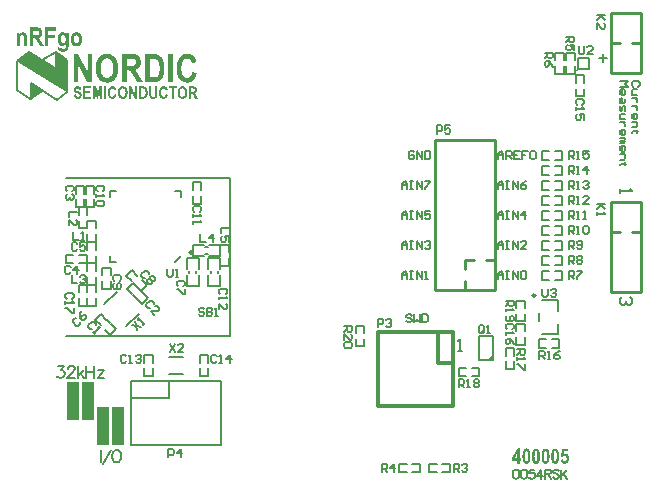
<source format=gto>
%FSLAX24Y24*%
%MOIN*%
G70*
G01*
G75*
G04 Layer_Color=65535*
%ADD10C,0.0060*%
%ADD11R,0.0197X0.0236*%
%ADD12C,0.0394*%
%ADD13R,0.0236X0.0217*%
%ADD14R,0.0394X0.0709*%
%ADD15R,0.0217X0.0236*%
G04:AMPARAMS|DCode=16|XSize=19.7mil|YSize=23.6mil|CornerRadius=0mil|HoleSize=0mil|Usage=FLASHONLY|Rotation=225.000|XOffset=0mil|YOffset=0mil|HoleType=Round|Shape=Rectangle|*
%AMROTATEDRECTD16*
4,1,4,-0.0014,0.0153,0.0153,-0.0014,0.0014,-0.0153,-0.0153,0.0014,-0.0014,0.0153,0.0*
%
%ADD16ROTATEDRECTD16*%

%ADD17R,0.0315X0.0295*%
%ADD18R,0.0197X0.0256*%
%ADD19C,0.0079*%
%ADD20R,0.0236X0.0157*%
%ADD21R,0.1083X0.0350*%
G04:AMPARAMS|DCode=22|XSize=47.2mil|YSize=43.3mil|CornerRadius=0mil|HoleSize=0mil|Usage=FLASHONLY|Rotation=45.000|XOffset=0mil|YOffset=0mil|HoleType=Round|Shape=Rectangle|*
%AMROTATEDRECTD22*
4,1,4,-0.0014,-0.0320,-0.0320,-0.0014,0.0014,0.0320,0.0320,0.0014,-0.0014,-0.0320,0.0*
%
%ADD22ROTATEDRECTD22*%

%ADD23C,0.0098*%
%ADD24R,0.0400X0.0300*%
%ADD25R,0.0299X0.0945*%
%ADD26R,0.0295X0.0315*%
%ADD27R,0.1850X0.1850*%
%ADD28O,0.0079X0.0256*%
%ADD29O,0.0256X0.0079*%
%ADD30R,0.0236X0.0197*%
%ADD31C,0.0090*%
%ADD32C,0.0100*%
%ADD33C,0.0500*%
%ADD34C,0.0080*%
%ADD35C,0.0150*%
%ADD36C,0.0354*%
%ADD37C,0.0591*%
%ADD38R,0.0591X0.0591*%
%ADD39C,0.0236*%
%ADD40R,0.0354X0.1043*%
%ADD41R,0.0394X0.0394*%
%ADD42R,0.0394X0.0394*%
%ADD43C,0.0039*%
%ADD44C,0.0098*%
%ADD45C,0.0079*%
%ADD46C,0.0059*%
%ADD47C,0.0118*%
%ADD48C,0.0050*%
%ADD49R,0.0420X0.1300*%
G36*
X4081Y14416D02*
X4092D01*
X4106Y14413D01*
X4123Y14410D01*
X4141Y14406D01*
X4161Y14402D01*
X4181Y14395D01*
X4204Y14387D01*
X4226Y14376D01*
X4248Y14365D01*
X4270Y14349D01*
X4292Y14333D01*
X4313Y14313D01*
X4334Y14291D01*
X4335Y14290D01*
X4338Y14285D01*
X4344Y14279D01*
X4351Y14267D01*
X4358Y14255D01*
X4367Y14238D01*
X4377Y14220D01*
X4387Y14199D01*
X4396Y14174D01*
X4405Y14148D01*
X4415Y14119D01*
X4421Y14087D01*
X4428Y14052D01*
X4434Y14015D01*
X4437Y13975D01*
X4438Y13933D01*
Y13930D01*
Y13923D01*
Y13911D01*
X4437Y13894D01*
X4435Y13875D01*
X4433Y13851D01*
X4428Y13826D01*
X4424Y13798D01*
X4419Y13769D01*
X4412Y13740D01*
X4402Y13709D01*
X4391Y13679D01*
X4378Y13648D01*
X4363Y13619D01*
X4347Y13591D01*
X4327Y13565D01*
X4326Y13564D01*
X4323Y13560D01*
X4317Y13554D01*
X4309Y13547D01*
X4299Y13539D01*
X4288Y13528D01*
X4274Y13518D01*
X4258Y13507D01*
X4240Y13496D01*
X4220Y13486D01*
X4199Y13476D01*
X4176Y13467D01*
X4151Y13460D01*
X4123Y13454D01*
X4095Y13450D01*
X4065Y13449D01*
X4058D01*
X4048Y13450D01*
X4037D01*
X4023Y13453D01*
X4006Y13454D01*
X3988Y13458D01*
X3969Y13462D01*
X3948Y13469D01*
X3927Y13476D01*
X3905Y13486D01*
X3883Y13497D01*
X3862Y13511D01*
X3840Y13526D01*
X3820Y13543D01*
X3801Y13564D01*
X3800Y13565D01*
X3797Y13569D01*
X3791Y13578D01*
X3784Y13587D01*
X3776Y13601D01*
X3766Y13618D01*
X3757Y13637D01*
X3747Y13658D01*
X3736Y13683D01*
X3726Y13711D01*
X3716Y13740D01*
X3708Y13772D01*
X3701Y13807D01*
X3696Y13844D01*
X3693Y13884D01*
X3691Y13926D01*
Y13927D01*
Y13933D01*
Y13943D01*
X3693Y13954D01*
Y13968D01*
X3694Y13984D01*
X3696Y14004D01*
X3697Y14023D01*
X3704Y14068D01*
X3712Y14113D01*
X3723Y14159D01*
X3732Y14181D01*
X3740Y14202D01*
Y14204D01*
X3743Y14206D01*
X3745Y14212D01*
X3750Y14220D01*
X3754Y14229D01*
X3759Y14240D01*
X3775Y14263D01*
X3794Y14290D01*
X3815Y14316D01*
X3841Y14341D01*
X3869Y14363D01*
X3870D01*
X3873Y14366D01*
X3877Y14369D01*
X3883Y14372D01*
X3891Y14376D01*
X3901Y14380D01*
X3912Y14385D01*
X3923Y14391D01*
X3952Y14401D01*
X3986Y14409D01*
X4023Y14415D01*
X4065Y14417D01*
X4072D01*
X4081Y14416D01*
D02*
G37*
G36*
X4918Y14401D02*
X4931D01*
X4957Y14399D01*
X4986Y14395D01*
X5016Y14391D01*
X5043Y14384D01*
X5056Y14380D01*
X5067Y14376D01*
X5070Y14374D01*
X5077Y14372D01*
X5086Y14365D01*
X5099Y14355D01*
X5113Y14344D01*
X5127Y14329D01*
X5142Y14310D01*
X5156Y14288D01*
X5157Y14285D01*
X5161Y14277D01*
X5167Y14263D01*
X5174Y14247D01*
X5179Y14224D01*
X5185Y14198D01*
X5189Y14170D01*
X5190Y14138D01*
Y14137D01*
Y14134D01*
Y14127D01*
X5189Y14120D01*
Y14111D01*
X5188Y14099D01*
X5183Y14074D01*
X5178Y14047D01*
X5168Y14018D01*
X5154Y13988D01*
X5136Y13961D01*
Y13959D01*
X5133Y13958D01*
X5127Y13950D01*
X5114Y13938D01*
X5097Y13926D01*
X5077Y13911D01*
X5050Y13897D01*
X5021Y13886D01*
X4986Y13877D01*
X4989Y13876D01*
X4995Y13870D01*
X5004Y13864D01*
X5016Y13854D01*
X5028Y13843D01*
X5042Y13829D01*
X5056Y13814D01*
X5068Y13798D01*
X5070Y13797D01*
X5074Y13790D01*
X5082Y13779D01*
X5092Y13764D01*
X5104Y13743D01*
X5111Y13730D01*
X5120Y13716D01*
X5128Y13701D01*
X5138Y13684D01*
X5147Y13665D01*
X5157Y13646D01*
X5251Y13464D01*
X5064D01*
X4953Y13668D01*
Y13669D01*
X4950Y13673D01*
X4947Y13679D01*
X4943Y13686D01*
X4938Y13694D01*
X4932Y13704D01*
X4920Y13726D01*
X4906Y13750D01*
X4892Y13773D01*
X4886Y13783D01*
X4879Y13791D01*
X4874Y13800D01*
X4870Y13805D01*
X4868Y13807D01*
X4866Y13809D01*
X4861Y13815D01*
X4856Y13821D01*
X4842Y13833D01*
X4834Y13840D01*
X4824Y13844D01*
X4823D01*
X4820Y13845D01*
X4814Y13848D01*
X4806Y13850D01*
X4795Y13852D01*
X4781Y13854D01*
X4766Y13855D01*
X4716D01*
Y13464D01*
X4560D01*
Y14402D01*
X4909D01*
X4918Y14401D01*
D02*
G37*
G36*
X2359Y15184D02*
X2111D01*
Y15035D01*
X2326D01*
Y14929D01*
X2111D01*
Y14664D01*
X2008D01*
Y15289D01*
X2359D01*
Y15184D01*
D02*
G37*
G36*
X1279Y15126D02*
X1289Y15124D01*
X1300Y15122D01*
X1312Y15117D01*
X1324Y15111D01*
X1336Y15104D01*
X1337Y15103D01*
X1341Y15100D01*
X1346Y15095D01*
X1353Y15088D01*
X1359Y15080D01*
X1366Y15071D01*
X1372Y15060D01*
X1377Y15047D01*
X1378Y15045D01*
X1379Y15040D01*
X1380Y15032D01*
X1383Y15021D01*
X1385Y15006D01*
X1387Y14989D01*
X1388Y14968D01*
X1389Y14945D01*
Y14664D01*
X1290D01*
Y14895D01*
Y14896D01*
Y14898D01*
Y14902D01*
Y14906D01*
Y14912D01*
Y14918D01*
X1289Y14933D01*
Y14948D01*
X1288Y14963D01*
X1286Y14977D01*
X1285Y14983D01*
X1284Y14988D01*
Y14988D01*
X1283Y14991D01*
X1281Y14996D01*
X1280Y15000D01*
X1273Y15013D01*
X1268Y15018D01*
X1263Y15023D01*
X1262Y15024D01*
X1260Y15025D01*
X1257Y15026D01*
X1253Y15029D01*
X1243Y15034D01*
X1236Y15035D01*
X1229Y15036D01*
X1225D01*
X1220Y15035D01*
X1214Y15034D01*
X1207Y15032D01*
X1200Y15028D01*
X1192Y15025D01*
X1184Y15019D01*
X1183Y15018D01*
X1182Y15016D01*
X1178Y15013D01*
X1173Y15008D01*
X1169Y15001D01*
X1165Y14994D01*
X1160Y14985D01*
X1157Y14975D01*
Y14974D01*
X1156Y14969D01*
X1155Y14962D01*
X1153Y14951D01*
X1152Y14944D01*
Y14937D01*
X1151Y14928D01*
X1150Y14918D01*
Y14908D01*
X1149Y14896D01*
Y14883D01*
Y14869D01*
Y14664D01*
X1050D01*
Y15117D01*
X1142D01*
Y15050D01*
X1143Y15052D01*
X1146Y15057D01*
X1151Y15063D01*
X1157Y15072D01*
X1166Y15081D01*
X1175Y15090D01*
X1185Y15099D01*
X1196Y15108D01*
X1198Y15109D01*
X1202Y15111D01*
X1208Y15114D01*
X1217Y15118D01*
X1226Y15121D01*
X1238Y15124D01*
X1250Y15126D01*
X1264Y15127D01*
X1271D01*
X1279Y15126D01*
D02*
G37*
G36*
X3561Y13464D02*
X3404D01*
X3095Y14074D01*
Y13464D01*
X2950D01*
Y14402D01*
X3100D01*
X3417Y13775D01*
Y14402D01*
X3561D01*
Y13464D01*
D02*
G37*
G36*
X6766Y14416D02*
X6777Y14415D01*
X6789Y14413D01*
X6803Y14410D01*
X6819Y14406D01*
X6853Y14395D01*
X6871Y14388D01*
X6889Y14380D01*
X6907Y14369D01*
X6925Y14356D01*
X6943Y14342D01*
X6960Y14327D01*
X6961D01*
X6963Y14324D01*
X6966Y14320D01*
X6970Y14316D01*
X6975Y14309D01*
X6981Y14301D01*
X6988Y14291D01*
X6995Y14280D01*
X7002Y14267D01*
X7010Y14255D01*
X7017Y14240D01*
X7025Y14223D01*
X7032Y14204D01*
X7039Y14184D01*
X7046Y14163D01*
X7052Y14141D01*
X6898Y14097D01*
Y14098D01*
X6896Y14099D01*
Y14104D01*
X6895Y14109D01*
X6891Y14123D01*
X6885Y14140D01*
X6877Y14159D01*
X6866Y14179D01*
X6853Y14197D01*
X6838Y14213D01*
X6837Y14215D01*
X6831Y14220D01*
X6821Y14227D01*
X6809Y14234D01*
X6794Y14242D01*
X6777Y14248D01*
X6757Y14254D01*
X6735Y14255D01*
X6727D01*
X6721Y14254D01*
X6706Y14251D01*
X6687Y14245D01*
X6664Y14237D01*
X6641Y14223D01*
X6630Y14215D01*
X6619Y14205D01*
X6608Y14194D01*
X6596Y14180D01*
Y14179D01*
X6594Y14177D01*
X6592Y14172D01*
X6588Y14166D01*
X6584Y14158D01*
X6580Y14148D01*
X6576Y14136D01*
X6570Y14122D01*
X6565Y14106D01*
X6560Y14088D01*
X6556Y14068D01*
X6552Y14045D01*
X6549Y14022D01*
X6546Y13995D01*
X6544Y13966D01*
Y13936D01*
Y13934D01*
Y13927D01*
Y13919D01*
X6545Y13907D01*
Y13893D01*
X6546Y13876D01*
X6548Y13858D01*
X6551Y13839D01*
X6556Y13797D01*
X6566Y13755D01*
X6571Y13736D01*
X6578Y13716D01*
X6587Y13700D01*
X6595Y13684D01*
Y13683D01*
X6598Y13682D01*
X6605Y13673D01*
X6616Y13661D01*
X6633Y13648D01*
X6652Y13635D01*
X6674Y13622D01*
X6702Y13614D01*
X6716Y13612D01*
X6731Y13611D01*
X6734D01*
X6741Y13612D01*
X6753Y13614D01*
X6767Y13616D01*
X6784Y13622D01*
X6802Y13630D01*
X6820Y13643D01*
X6837Y13658D01*
X6838Y13661D01*
X6844Y13668D01*
X6852Y13679D01*
X6862Y13696D01*
X6873Y13716D01*
X6882Y13743D01*
X6893Y13773D01*
X6902Y13811D01*
X7053Y13752D01*
Y13751D01*
X7052Y13746D01*
X7049Y13737D01*
X7046Y13726D01*
X7042Y13714D01*
X7038Y13698D01*
X7032Y13682D01*
X7025Y13664D01*
X7009Y13626D01*
X6988Y13587D01*
X6964Y13551D01*
X6950Y13536D01*
X6935Y13521D01*
X6934Y13519D01*
X6931Y13518D01*
X6927Y13514D01*
X6920Y13510D01*
X6913Y13504D01*
X6903Y13498D01*
X6892Y13492D01*
X6880Y13485D01*
X6866Y13478D01*
X6850Y13471D01*
X6816Y13460D01*
X6777Y13451D01*
X6756Y13450D01*
X6734Y13449D01*
X6727D01*
X6720Y13450D01*
X6709D01*
X6696Y13453D01*
X6681Y13454D01*
X6664Y13458D01*
X6646Y13462D01*
X6627Y13469D01*
X6608Y13476D01*
X6588Y13486D01*
X6567Y13497D01*
X6546Y13511D01*
X6527Y13526D01*
X6508Y13543D01*
X6490Y13564D01*
X6488Y13565D01*
X6485Y13569D01*
X6480Y13578D01*
X6473Y13589D01*
X6465Y13601D01*
X6456Y13618D01*
X6447Y13637D01*
X6437Y13659D01*
X6426Y13683D01*
X6416Y13711D01*
X6408Y13740D01*
X6399Y13772D01*
X6392Y13807D01*
X6387Y13844D01*
X6384Y13883D01*
X6383Y13925D01*
Y13926D01*
Y13927D01*
Y13936D01*
X6384Y13948D01*
Y13963D01*
X6385Y13984D01*
X6388Y14008D01*
X6392Y14033D01*
X6397Y14061D01*
X6402Y14091D01*
X6409Y14122D01*
X6417Y14152D01*
X6428Y14184D01*
X6441Y14215D01*
X6455Y14244D01*
X6472Y14273D01*
X6491Y14299D01*
X6492Y14301D01*
X6495Y14305D01*
X6501Y14310D01*
X6508Y14317D01*
X6517Y14327D01*
X6528Y14337D01*
X6542Y14348D01*
X6558Y14359D01*
X6574Y14369D01*
X6594Y14380D01*
X6614Y14390D01*
X6637Y14399D01*
X6662Y14406D01*
X6687Y14412D01*
X6714Y14416D01*
X6744Y14417D01*
X6756D01*
X6766Y14416D01*
D02*
G37*
G36*
X5644Y14401D02*
X5654D01*
X5678Y14399D01*
X5704Y14397D01*
X5730Y14391D01*
X5757Y14385D01*
X5779Y14377D01*
X5782Y14376D01*
X5789Y14373D01*
X5798Y14366D01*
X5812Y14358D01*
X5827Y14347D01*
X5846Y14333D01*
X5862Y14316D01*
X5880Y14297D01*
X5883Y14294D01*
X5889Y14287D01*
X5897Y14274D01*
X5907Y14256D01*
X5919Y14236D01*
X5932Y14211D01*
X5943Y14181D01*
X5954Y14148D01*
Y14147D01*
X5955Y14144D01*
X5957Y14138D01*
X5958Y14131D01*
X5959Y14123D01*
X5962Y14112D01*
X5965Y14099D01*
X5968Y14086D01*
X5969Y14070D01*
X5972Y14054D01*
X5975Y14036D01*
X5976Y14015D01*
X5979Y13972D01*
X5980Y13923D01*
Y13922D01*
Y13918D01*
Y13911D01*
Y13902D01*
X5979Y13893D01*
Y13880D01*
X5977Y13866D01*
Y13851D01*
X5973Y13818D01*
X5969Y13782D01*
X5962Y13746D01*
X5952Y13711D01*
Y13709D01*
X5951Y13707D01*
X5950Y13703D01*
X5947Y13696D01*
X5941Y13679D01*
X5933Y13659D01*
X5923Y13636D01*
X5911Y13612D01*
X5897Y13589D01*
X5882Y13568D01*
X5880Y13565D01*
X5875Y13560D01*
X5865Y13550D01*
X5854Y13539D01*
X5839Y13526D01*
X5822Y13514D01*
X5803Y13501D01*
X5780Y13490D01*
X5778Y13489D01*
X5769Y13486D01*
X5757Y13482D01*
X5739Y13478D01*
X5716Y13472D01*
X5690Y13468D01*
X5660Y13465D01*
X5626Y13464D01*
X5335D01*
Y14402D01*
X5636D01*
X5644Y14401D01*
D02*
G37*
G36*
X6262Y13464D02*
X6106D01*
Y14402D01*
X6262D01*
Y13464D01*
D02*
G37*
G36*
X1729Y15288D02*
X1737D01*
X1755Y15287D01*
X1774Y15284D01*
X1794Y15282D01*
X1812Y15277D01*
X1821Y15274D01*
X1828Y15272D01*
X1830Y15271D01*
X1835Y15269D01*
X1841Y15264D01*
X1849Y15258D01*
X1859Y15250D01*
X1868Y15240D01*
X1878Y15228D01*
X1887Y15213D01*
X1888Y15211D01*
X1891Y15206D01*
X1895Y15197D01*
X1899Y15185D01*
X1903Y15171D01*
X1907Y15153D01*
X1910Y15135D01*
X1910Y15113D01*
Y15112D01*
Y15111D01*
Y15106D01*
X1910Y15101D01*
Y15095D01*
X1909Y15087D01*
X1906Y15071D01*
X1902Y15052D01*
X1896Y15033D01*
X1886Y15013D01*
X1874Y14995D01*
Y14994D01*
X1873Y14993D01*
X1868Y14988D01*
X1860Y14980D01*
X1848Y14972D01*
X1835Y14962D01*
X1817Y14952D01*
X1798Y14945D01*
X1774Y14939D01*
X1776Y14939D01*
X1780Y14935D01*
X1786Y14930D01*
X1794Y14924D01*
X1802Y14916D01*
X1811Y14907D01*
X1821Y14897D01*
X1829Y14887D01*
X1830Y14886D01*
X1833Y14881D01*
X1838Y14874D01*
X1845Y14864D01*
X1853Y14850D01*
X1858Y14841D01*
X1863Y14832D01*
X1869Y14822D01*
X1875Y14811D01*
X1882Y14798D01*
X1888Y14785D01*
X1951Y14664D01*
X1826D01*
X1752Y14800D01*
Y14801D01*
X1750Y14803D01*
X1749Y14807D01*
X1746Y14812D01*
X1742Y14817D01*
X1738Y14824D01*
X1730Y14839D01*
X1721Y14854D01*
X1712Y14870D01*
X1708Y14877D01*
X1703Y14882D01*
X1700Y14888D01*
X1697Y14891D01*
X1696Y14892D01*
X1694Y14894D01*
X1691Y14898D01*
X1688Y14902D01*
X1678Y14910D01*
X1673Y14914D01*
X1666Y14917D01*
X1665D01*
X1663Y14918D01*
X1660Y14920D01*
X1654Y14921D01*
X1647Y14923D01*
X1638Y14924D01*
X1627Y14925D01*
X1594D01*
Y14664D01*
X1490D01*
Y15289D01*
X1723D01*
X1729Y15288D01*
D02*
G37*
G36*
X18693Y1251D02*
X18698Y1250D01*
X18704Y1249D01*
X18718Y1244D01*
X18726Y1241D01*
X18734Y1238D01*
X18741Y1233D01*
X18749Y1228D01*
X18757Y1221D01*
X18765Y1213D01*
X18773Y1205D01*
X18780Y1195D01*
X18781Y1194D01*
X18782Y1192D01*
X18784Y1189D01*
X18786Y1184D01*
X18789Y1177D01*
X18792Y1170D01*
X18795Y1160D01*
X18799Y1149D01*
X18802Y1136D01*
X18805Y1121D01*
X18808Y1105D01*
X18811Y1087D01*
X18814Y1067D01*
X18816Y1045D01*
X18817Y1022D01*
X18817Y996D01*
Y996D01*
Y995D01*
Y993D01*
Y991D01*
Y983D01*
X18817Y973D01*
Y962D01*
X18815Y949D01*
X18814Y934D01*
X18813Y919D01*
X18808Y886D01*
X18802Y853D01*
X18797Y837D01*
X18793Y823D01*
X18787Y810D01*
X18780Y798D01*
X18780Y797D01*
X18779Y796D01*
X18777Y793D01*
X18774Y789D01*
X18770Y785D01*
X18765Y780D01*
X18754Y770D01*
X18740Y760D01*
X18724Y751D01*
X18715Y747D01*
X18706Y744D01*
X18695Y743D01*
X18684Y742D01*
X18681D01*
X18678Y743D01*
X18674D01*
X18669Y743D01*
X18663Y745D01*
X18649Y749D01*
X18642Y751D01*
X18634Y755D01*
X18626Y760D01*
X18618Y766D01*
X18610Y771D01*
X18602Y779D01*
X18595Y788D01*
X18587Y797D01*
X18586Y798D01*
X18586Y800D01*
X18584Y803D01*
X18581Y808D01*
X18579Y815D01*
X18576Y823D01*
X18572Y832D01*
X18569Y843D01*
X18566Y857D01*
X18563Y871D01*
X18559Y887D01*
X18557Y905D01*
X18555Y925D01*
X18552Y948D01*
X18552Y971D01*
X18551Y997D01*
Y998D01*
Y999D01*
Y1001D01*
Y1003D01*
Y1010D01*
X18552Y1020D01*
X18552Y1031D01*
X18553Y1045D01*
X18554Y1059D01*
X18555Y1075D01*
X18560Y1107D01*
X18566Y1140D01*
X18570Y1156D01*
X18575Y1170D01*
X18580Y1183D01*
X18587Y1195D01*
X18588Y1195D01*
X18589Y1197D01*
X18591Y1200D01*
X18594Y1204D01*
X18598Y1208D01*
X18602Y1213D01*
X18613Y1224D01*
X18627Y1234D01*
X18643Y1243D01*
X18652Y1247D01*
X18662Y1249D01*
X18672Y1251D01*
X18683Y1252D01*
X18689D01*
X18693Y1251D01*
D02*
G37*
G36*
X19012D02*
X19017Y1250D01*
X19023Y1249D01*
X19037Y1244D01*
X19044Y1241D01*
X19053Y1238D01*
X19060Y1233D01*
X19068Y1228D01*
X19076Y1221D01*
X19084Y1213D01*
X19092Y1205D01*
X19099Y1195D01*
X19100Y1194D01*
X19101Y1192D01*
X19103Y1189D01*
X19105Y1184D01*
X19108Y1177D01*
X19111Y1170D01*
X19114Y1160D01*
X19118Y1149D01*
X19121Y1136D01*
X19124Y1121D01*
X19127Y1105D01*
X19130Y1087D01*
X19133Y1067D01*
X19135Y1045D01*
X19135Y1022D01*
X19136Y996D01*
Y996D01*
Y995D01*
Y993D01*
Y991D01*
Y983D01*
X19135Y973D01*
Y962D01*
X19134Y949D01*
X19133Y934D01*
X19132Y919D01*
X19127Y886D01*
X19121Y853D01*
X19116Y837D01*
X19112Y823D01*
X19106Y810D01*
X19099Y798D01*
X19098Y797D01*
X19098Y796D01*
X19096Y793D01*
X19093Y789D01*
X19089Y785D01*
X19084Y780D01*
X19073Y770D01*
X19059Y760D01*
X19043Y751D01*
X19034Y747D01*
X19024Y744D01*
X19014Y743D01*
X19003Y742D01*
X19000D01*
X18997Y743D01*
X18993D01*
X18988Y743D01*
X18982Y745D01*
X18968Y749D01*
X18961Y751D01*
X18953Y755D01*
X18945Y760D01*
X18937Y766D01*
X18929Y771D01*
X18921Y779D01*
X18913Y788D01*
X18906Y797D01*
X18905Y798D01*
X18905Y800D01*
X18903Y803D01*
X18900Y808D01*
X18898Y815D01*
X18895Y823D01*
X18891Y832D01*
X18888Y843D01*
X18885Y857D01*
X18882Y871D01*
X18878Y887D01*
X18876Y905D01*
X18874Y925D01*
X18871Y948D01*
X18871Y971D01*
X18870Y997D01*
Y998D01*
Y999D01*
Y1001D01*
Y1003D01*
Y1010D01*
X18871Y1020D01*
X18871Y1031D01*
X18872Y1045D01*
X18873Y1059D01*
X18874Y1075D01*
X18879Y1107D01*
X18885Y1140D01*
X18889Y1156D01*
X18894Y1170D01*
X18899Y1183D01*
X18906Y1195D01*
X18907Y1195D01*
X18908Y1197D01*
X18910Y1200D01*
X18913Y1204D01*
X18916Y1208D01*
X18921Y1213D01*
X18932Y1224D01*
X18946Y1234D01*
X18962Y1243D01*
X18971Y1247D01*
X18981Y1249D01*
X18991Y1251D01*
X19002Y1252D01*
X19008D01*
X19012Y1251D01*
D02*
G37*
G36*
X18055D02*
X18060Y1250D01*
X18066Y1249D01*
X18080Y1244D01*
X18088Y1241D01*
X18096Y1238D01*
X18103Y1233D01*
X18111Y1228D01*
X18119Y1221D01*
X18128Y1213D01*
X18135Y1205D01*
X18142Y1195D01*
X18143Y1194D01*
X18144Y1192D01*
X18146Y1189D01*
X18148Y1184D01*
X18151Y1177D01*
X18154Y1170D01*
X18157Y1160D01*
X18161Y1149D01*
X18165Y1136D01*
X18168Y1121D01*
X18171Y1105D01*
X18173Y1087D01*
X18176Y1067D01*
X18178Y1045D01*
X18179Y1022D01*
X18179Y996D01*
Y996D01*
Y995D01*
Y993D01*
Y991D01*
Y983D01*
X18179Y973D01*
Y962D01*
X18177Y949D01*
X18176Y934D01*
X18175Y919D01*
X18171Y886D01*
X18164Y853D01*
X18159Y837D01*
X18155Y823D01*
X18149Y810D01*
X18142Y798D01*
X18142Y797D01*
X18141Y796D01*
X18139Y793D01*
X18136Y789D01*
X18132Y785D01*
X18128Y780D01*
X18117Y770D01*
X18102Y760D01*
X18086Y751D01*
X18077Y747D01*
X18068Y744D01*
X18057Y743D01*
X18046Y742D01*
X18043D01*
X18040Y743D01*
X18037D01*
X18031Y743D01*
X18025Y745D01*
X18011Y749D01*
X18004Y751D01*
X17996Y755D01*
X17988Y760D01*
X17980Y766D01*
X17972Y771D01*
X17964Y779D01*
X17957Y788D01*
X17949Y797D01*
X17949Y798D01*
X17948Y800D01*
X17946Y803D01*
X17943Y808D01*
X17941Y815D01*
X17938Y823D01*
X17934Y832D01*
X17931Y843D01*
X17928Y857D01*
X17925Y871D01*
X17921Y887D01*
X17919Y905D01*
X17917Y925D01*
X17914Y948D01*
X17914Y971D01*
X17913Y997D01*
Y998D01*
Y999D01*
Y1001D01*
Y1003D01*
Y1010D01*
X17914Y1020D01*
X17914Y1031D01*
X17915Y1045D01*
X17916Y1059D01*
X17917Y1075D01*
X17922Y1107D01*
X17929Y1140D01*
X17932Y1156D01*
X17937Y1170D01*
X17943Y1183D01*
X17949Y1195D01*
X17950Y1195D01*
X17951Y1197D01*
X17953Y1200D01*
X17956Y1204D01*
X17960Y1208D01*
X17964Y1213D01*
X17975Y1224D01*
X17989Y1234D01*
X18005Y1243D01*
X18014Y1247D01*
X18024Y1249D01*
X18034Y1251D01*
X18045Y1252D01*
X18051D01*
X18055Y1251D01*
D02*
G37*
G36*
X18374D02*
X18379Y1250D01*
X18385Y1249D01*
X18399Y1244D01*
X18407Y1241D01*
X18415Y1238D01*
X18422Y1233D01*
X18430Y1228D01*
X18438Y1221D01*
X18447Y1213D01*
X18454Y1205D01*
X18461Y1195D01*
X18462Y1194D01*
X18463Y1192D01*
X18465Y1189D01*
X18467Y1184D01*
X18470Y1177D01*
X18473Y1170D01*
X18476Y1160D01*
X18480Y1149D01*
X18484Y1136D01*
X18486Y1121D01*
X18489Y1105D01*
X18492Y1087D01*
X18495Y1067D01*
X18497Y1045D01*
X18498Y1022D01*
X18498Y996D01*
Y996D01*
Y995D01*
Y993D01*
Y991D01*
Y983D01*
X18498Y973D01*
Y962D01*
X18496Y949D01*
X18495Y934D01*
X18494Y919D01*
X18489Y886D01*
X18483Y853D01*
X18478Y837D01*
X18474Y823D01*
X18468Y810D01*
X18461Y798D01*
X18461Y797D01*
X18460Y796D01*
X18458Y793D01*
X18455Y789D01*
X18451Y785D01*
X18447Y780D01*
X18435Y770D01*
X18421Y760D01*
X18405Y751D01*
X18396Y747D01*
X18387Y744D01*
X18376Y743D01*
X18365Y742D01*
X18362D01*
X18359Y743D01*
X18356D01*
X18350Y743D01*
X18344Y745D01*
X18330Y749D01*
X18323Y751D01*
X18315Y755D01*
X18307Y760D01*
X18299Y766D01*
X18291Y771D01*
X18283Y779D01*
X18276Y788D01*
X18268Y797D01*
X18267Y798D01*
X18267Y800D01*
X18265Y803D01*
X18262Y808D01*
X18260Y815D01*
X18257Y823D01*
X18253Y832D01*
X18250Y843D01*
X18247Y857D01*
X18244Y871D01*
X18240Y887D01*
X18238Y905D01*
X18236Y925D01*
X18233Y948D01*
X18233Y971D01*
X18232Y997D01*
Y998D01*
Y999D01*
Y1001D01*
Y1003D01*
Y1010D01*
X18233Y1020D01*
X18233Y1031D01*
X18234Y1045D01*
X18235Y1059D01*
X18236Y1075D01*
X18241Y1107D01*
X18247Y1140D01*
X18251Y1156D01*
X18256Y1170D01*
X18262Y1183D01*
X18268Y1195D01*
X18269Y1195D01*
X18270Y1197D01*
X18272Y1200D01*
X18275Y1204D01*
X18279Y1208D01*
X18283Y1213D01*
X18294Y1224D01*
X18308Y1234D01*
X18324Y1243D01*
X18333Y1247D01*
X18343Y1249D01*
X18353Y1251D01*
X18364Y1252D01*
X18370D01*
X18374Y1251D01*
D02*
G37*
G36*
X2590Y15126D02*
X2599Y15125D01*
X2609Y15123D01*
X2619Y15120D01*
X2630Y15115D01*
X2641Y15109D01*
X2642Y15108D01*
X2646Y15105D01*
X2651Y15101D01*
X2659Y15095D01*
X2666Y15087D01*
X2674Y15077D01*
X2684Y15066D01*
X2692Y15053D01*
Y15117D01*
X2785D01*
Y14710D01*
Y14709D01*
Y14705D01*
Y14701D01*
Y14694D01*
X2784Y14686D01*
Y14677D01*
X2783Y14667D01*
Y14656D01*
X2780Y14633D01*
X2777Y14610D01*
X2773Y14588D01*
X2770Y14578D01*
X2766Y14569D01*
Y14569D01*
X2765Y14568D01*
X2762Y14562D01*
X2759Y14555D01*
X2752Y14544D01*
X2745Y14533D01*
X2736Y14522D01*
X2723Y14512D01*
X2711Y14503D01*
X2709Y14502D01*
X2704Y14499D01*
X2696Y14495D01*
X2684Y14492D01*
X2669Y14487D01*
X2651Y14483D01*
X2631Y14481D01*
X2608Y14480D01*
X2598D01*
X2593Y14481D01*
X2587D01*
X2573Y14482D01*
X2557Y14483D01*
X2540Y14487D01*
X2525Y14491D01*
X2510Y14496D01*
X2508Y14497D01*
X2503Y14499D01*
X2497Y14503D01*
X2489Y14508D01*
X2480Y14515D01*
X2470Y14523D01*
X2462Y14533D01*
X2453Y14544D01*
X2452Y14546D01*
X2451Y14550D01*
X2448Y14556D01*
X2444Y14566D01*
X2440Y14577D01*
X2438Y14590D01*
X2436Y14604D01*
X2435Y14618D01*
Y14633D01*
X2548Y14617D01*
Y14616D01*
X2549Y14613D01*
Y14608D01*
X2551Y14604D01*
X2555Y14592D01*
X2558Y14587D01*
X2563Y14582D01*
X2563D01*
X2565Y14581D01*
X2568Y14579D01*
X2573Y14577D01*
X2578Y14575D01*
X2586Y14573D01*
X2594Y14572D01*
X2603Y14571D01*
X2609D01*
X2614Y14572D01*
X2622Y14573D01*
X2630Y14574D01*
X2639Y14576D01*
X2648Y14579D01*
X2656Y14582D01*
X2657D01*
X2659Y14584D01*
X2664Y14589D01*
X2667Y14592D01*
X2671Y14596D01*
X2674Y14602D01*
X2677Y14608D01*
Y14609D01*
X2678Y14612D01*
X2680Y14617D01*
X2682Y14623D01*
X2683Y14631D01*
X2685Y14643D01*
X2686Y14655D01*
Y14671D01*
Y14738D01*
X2685Y14736D01*
X2682Y14731D01*
X2677Y14725D01*
X2671Y14717D01*
X2663Y14708D01*
X2655Y14699D01*
X2646Y14690D01*
X2636Y14682D01*
X2635Y14681D01*
X2631Y14680D01*
X2625Y14677D01*
X2617Y14673D01*
X2608Y14669D01*
X2598Y14667D01*
X2587Y14665D01*
X2574Y14664D01*
X2568D01*
X2563Y14665D01*
X2558Y14666D01*
X2552Y14667D01*
X2538Y14671D01*
X2522Y14678D01*
X2513Y14682D01*
X2504Y14687D01*
X2495Y14693D01*
X2487Y14701D01*
X2478Y14709D01*
X2470Y14719D01*
X2469Y14720D01*
X2468Y14722D01*
X2465Y14726D01*
X2463Y14731D01*
X2459Y14738D01*
X2455Y14745D01*
X2451Y14754D01*
X2446Y14765D01*
X2441Y14777D01*
X2437Y14790D01*
X2433Y14803D01*
X2429Y14819D01*
X2427Y14836D01*
X2424Y14853D01*
X2423Y14872D01*
X2422Y14892D01*
Y14893D01*
Y14898D01*
Y14903D01*
X2423Y14912D01*
X2424Y14921D01*
X2425Y14932D01*
X2426Y14945D01*
X2428Y14958D01*
X2433Y14987D01*
X2441Y15015D01*
X2446Y15030D01*
X2452Y15043D01*
X2459Y15056D01*
X2467Y15068D01*
X2468Y15069D01*
X2469Y15071D01*
X2472Y15074D01*
X2476Y15077D01*
X2486Y15087D01*
X2499Y15098D01*
X2514Y15109D01*
X2534Y15118D01*
X2544Y15122D01*
X2555Y15124D01*
X2566Y15126D01*
X2578Y15127D01*
X2584D01*
X2590Y15126D01*
D02*
G37*
G36*
X3064D02*
X3071Y15125D01*
X3081Y15124D01*
X3090Y15122D01*
X3100Y15119D01*
X3111Y15115D01*
X3123Y15110D01*
X3134Y15104D01*
X3146Y15098D01*
X3158Y15089D01*
X3169Y15080D01*
X3180Y15069D01*
X3190Y15057D01*
X3191Y15056D01*
X3192Y15054D01*
X3194Y15050D01*
X3198Y15045D01*
X3202Y15037D01*
X3206Y15030D01*
X3211Y15021D01*
X3216Y15010D01*
X3220Y14999D01*
X3225Y14986D01*
X3229Y14973D01*
X3233Y14958D01*
X3240Y14926D01*
X3241Y14910D01*
X3241Y14892D01*
Y14891D01*
Y14889D01*
Y14886D01*
Y14880D01*
X3241Y14875D01*
Y14867D01*
X3238Y14851D01*
X3235Y14831D01*
X3230Y14810D01*
X3224Y14788D01*
X3215Y14766D01*
Y14766D01*
X3214Y14764D01*
X3212Y14761D01*
X3210Y14757D01*
X3204Y14747D01*
X3196Y14735D01*
X3186Y14721D01*
X3174Y14706D01*
X3160Y14693D01*
X3144Y14681D01*
X3143D01*
X3143Y14680D01*
X3137Y14677D01*
X3128Y14673D01*
X3117Y14667D01*
X3102Y14663D01*
X3086Y14658D01*
X3069Y14655D01*
X3049Y14654D01*
X3041D01*
X3035Y14655D01*
X3029Y14655D01*
X3020Y14657D01*
X3011Y14659D01*
X3001Y14662D01*
X2980Y14669D01*
X2969Y14674D01*
X2957Y14680D01*
X2946Y14688D01*
X2933Y14696D01*
X2922Y14705D01*
X2912Y14717D01*
X2911Y14717D01*
X2909Y14719D01*
X2908Y14723D01*
X2904Y14729D01*
X2899Y14735D01*
X2895Y14742D01*
X2890Y14752D01*
X2885Y14763D01*
X2880Y14775D01*
X2875Y14788D01*
X2871Y14803D01*
X2866Y14819D01*
X2862Y14836D01*
X2860Y14855D01*
X2859Y14875D01*
X2858Y14896D01*
Y14897D01*
Y14899D01*
Y14902D01*
Y14907D01*
X2859Y14914D01*
X2859Y14920D01*
X2861Y14936D01*
X2864Y14955D01*
X2869Y14976D01*
X2875Y14996D01*
X2884Y15017D01*
Y15018D01*
X2884Y15020D01*
X2886Y15023D01*
X2888Y15026D01*
X2895Y15036D01*
X2902Y15048D01*
X2912Y15062D01*
X2924Y15074D01*
X2938Y15088D01*
X2953Y15099D01*
X2954D01*
X2955Y15100D01*
X2960Y15104D01*
X2970Y15109D01*
X2981Y15113D01*
X2995Y15119D01*
X3011Y15123D01*
X3030Y15126D01*
X3049Y15127D01*
X3057D01*
X3064Y15126D01*
D02*
G37*
G36*
X17824Y935D02*
X17875D01*
Y851D01*
X17824D01*
Y750D01*
X17748D01*
Y851D01*
X17580D01*
Y934D01*
X17758Y1252D01*
X17824D01*
Y935D01*
D02*
G37*
G36*
X19447Y1154D02*
X19299D01*
X19286Y1068D01*
X19287Y1069D01*
X19290Y1071D01*
X19295Y1073D01*
X19303Y1077D01*
X19311Y1080D01*
X19320Y1082D01*
X19329Y1084D01*
X19340Y1085D01*
X19344D01*
X19348Y1084D01*
X19352Y1084D01*
X19357Y1083D01*
X19369Y1081D01*
X19381Y1076D01*
X19395Y1069D01*
X19403Y1064D01*
X19409Y1059D01*
X19416Y1053D01*
X19423Y1047D01*
X19423Y1046D01*
X19425Y1045D01*
X19426Y1042D01*
X19429Y1038D01*
X19432Y1033D01*
X19436Y1027D01*
X19440Y1020D01*
X19444Y1013D01*
X19448Y1004D01*
X19452Y994D01*
X19456Y983D01*
X19459Y972D01*
X19462Y959D01*
X19464Y947D01*
X19465Y933D01*
X19466Y918D01*
Y917D01*
Y915D01*
Y911D01*
X19465Y907D01*
Y901D01*
X19463Y894D01*
X19463Y887D01*
X19461Y878D01*
X19457Y860D01*
X19450Y839D01*
X19446Y828D01*
X19441Y818D01*
X19435Y807D01*
X19429Y797D01*
X19428Y796D01*
X19427Y794D01*
X19425Y791D01*
X19422Y788D01*
X19418Y784D01*
X19414Y780D01*
X19408Y774D01*
X19402Y769D01*
X19395Y764D01*
X19387Y759D01*
X19379Y754D01*
X19369Y751D01*
X19360Y747D01*
X19349Y744D01*
X19338Y743D01*
X19325Y742D01*
X19320D01*
X19316Y743D01*
X19312D01*
X19306Y744D01*
X19293Y746D01*
X19279Y751D01*
X19263Y757D01*
X19249Y766D01*
X19241Y771D01*
X19234Y777D01*
X19233Y778D01*
X19232Y779D01*
X19230Y781D01*
X19228Y784D01*
X19225Y788D01*
X19222Y792D01*
X19218Y797D01*
X19215Y803D01*
X19211Y810D01*
X19207Y818D01*
X19204Y826D01*
X19200Y835D01*
X19197Y845D01*
X19194Y856D01*
X19190Y879D01*
X19269Y889D01*
Y888D01*
X19269Y884D01*
X19271Y877D01*
X19272Y870D01*
X19275Y862D01*
X19278Y854D01*
X19283Y845D01*
X19289Y837D01*
X19289Y837D01*
X19292Y834D01*
X19295Y831D01*
X19300Y828D01*
X19305Y825D01*
X19312Y822D01*
X19318Y820D01*
X19326Y819D01*
X19326D01*
X19330Y820D01*
X19335Y820D01*
X19340Y822D01*
X19346Y825D01*
X19354Y829D01*
X19360Y834D01*
X19367Y843D01*
X19368Y844D01*
X19370Y847D01*
X19373Y853D01*
X19376Y860D01*
X19379Y871D01*
X19382Y883D01*
X19384Y899D01*
X19385Y916D01*
Y917D01*
Y918D01*
Y920D01*
Y924D01*
X19384Y932D01*
X19383Y942D01*
X19380Y953D01*
X19377Y965D01*
X19373Y976D01*
X19367Y985D01*
X19366Y986D01*
X19364Y989D01*
X19360Y993D01*
X19355Y997D01*
X19349Y1001D01*
X19341Y1005D01*
X19333Y1008D01*
X19323Y1008D01*
X19322D01*
X19318Y1008D01*
X19312Y1006D01*
X19303Y1004D01*
X19294Y999D01*
X19283Y993D01*
X19278Y989D01*
X19273Y984D01*
X19268Y979D01*
X19263Y972D01*
X19199Y983D01*
X19239Y1244D01*
X19447D01*
Y1154D01*
D02*
G37*
G36*
X6950Y13319D02*
X6956D01*
X6967Y13319D01*
X6980Y13317D01*
X6992Y13315D01*
X7005Y13312D01*
X7010Y13310D01*
X7015Y13309D01*
X7016Y13308D01*
X7019Y13307D01*
X7023Y13304D01*
X7029Y13300D01*
X7035Y13295D01*
X7041Y13288D01*
X7047Y13280D01*
X7053Y13271D01*
X7054Y13270D01*
X7056Y13266D01*
X7058Y13260D01*
X7061Y13253D01*
X7063Y13243D01*
X7066Y13232D01*
X7068Y13220D01*
X7068Y13206D01*
Y13205D01*
Y13204D01*
Y13201D01*
X7068Y13198D01*
Y13194D01*
X7067Y13189D01*
X7065Y13178D01*
X7063Y13166D01*
X7059Y13154D01*
X7053Y13141D01*
X7045Y13129D01*
Y13128D01*
X7044Y13128D01*
X7041Y13124D01*
X7035Y13119D01*
X7028Y13114D01*
X7019Y13107D01*
X7008Y13101D01*
X6995Y13096D01*
X6980Y13093D01*
X6981Y13092D01*
X6983Y13090D01*
X6988Y13087D01*
X6992Y13083D01*
X6998Y13078D01*
X7004Y13072D01*
X7010Y13065D01*
X7015Y13059D01*
X7016Y13058D01*
X7018Y13055D01*
X7021Y13050D01*
X7026Y13044D01*
X7031Y13035D01*
X7034Y13029D01*
X7038Y13023D01*
X7041Y13017D01*
X7045Y13009D01*
X7050Y13001D01*
X7054Y12993D01*
X7095Y12914D01*
X7014D01*
X6965Y13002D01*
Y13003D01*
X6964Y13005D01*
X6963Y13007D01*
X6961Y13010D01*
X6959Y13014D01*
X6956Y13018D01*
X6951Y13027D01*
X6945Y13038D01*
X6939Y13048D01*
X6937Y13052D01*
X6934Y13056D01*
X6931Y13059D01*
X6929Y13062D01*
X6929Y13062D01*
X6928Y13063D01*
X6926Y13066D01*
X6923Y13068D01*
X6917Y13074D01*
X6914Y13077D01*
X6910Y13078D01*
X6909D01*
X6908Y13079D01*
X6905Y13080D01*
X6902Y13081D01*
X6897Y13082D01*
X6891Y13083D01*
X6884Y13083D01*
X6863D01*
Y12914D01*
X6795D01*
Y13320D01*
X6946D01*
X6950Y13319D01*
D02*
G37*
G36*
X6390Y13252D02*
X6291D01*
Y12914D01*
X6224D01*
Y13252D01*
X6125D01*
Y13320D01*
X6390D01*
Y13252D01*
D02*
G37*
G36*
X5274Y13319D02*
X5278D01*
X5289Y13319D01*
X5300Y13318D01*
X5311Y13315D01*
X5323Y13313D01*
X5333Y13309D01*
X5334Y13309D01*
X5337Y13307D01*
X5341Y13304D01*
X5347Y13301D01*
X5354Y13296D01*
X5361Y13290D01*
X5369Y13283D01*
X5376Y13274D01*
X5378Y13273D01*
X5380Y13270D01*
X5384Y13265D01*
X5388Y13257D01*
X5393Y13248D01*
X5399Y13237D01*
X5403Y13225D01*
X5408Y13210D01*
Y13209D01*
X5409Y13208D01*
X5409Y13206D01*
X5410Y13203D01*
X5411Y13199D01*
X5412Y13194D01*
X5413Y13189D01*
X5414Y13183D01*
X5415Y13176D01*
X5416Y13169D01*
X5417Y13161D01*
X5418Y13152D01*
X5419Y13134D01*
X5420Y13113D01*
Y13112D01*
Y13110D01*
Y13107D01*
Y13104D01*
X5419Y13099D01*
Y13094D01*
X5418Y13088D01*
Y13081D01*
X5417Y13067D01*
X5415Y13051D01*
X5412Y13036D01*
X5408Y13021D01*
Y13020D01*
X5407Y13019D01*
X5406Y13017D01*
X5405Y13014D01*
X5403Y13007D01*
X5399Y12999D01*
X5395Y12988D01*
X5390Y12978D01*
X5384Y12968D01*
X5377Y12959D01*
X5376Y12958D01*
X5374Y12955D01*
X5370Y12951D01*
X5365Y12946D01*
X5358Y12941D01*
X5351Y12935D01*
X5343Y12930D01*
X5333Y12925D01*
X5332Y12925D01*
X5328Y12923D01*
X5323Y12922D01*
X5315Y12920D01*
X5305Y12917D01*
X5294Y12916D01*
X5281Y12914D01*
X5266Y12914D01*
X5140D01*
Y13320D01*
X5271D01*
X5274Y13319D01*
D02*
G37*
G36*
X5742Y13107D02*
Y13105D01*
Y13103D01*
Y13099D01*
Y13093D01*
Y13087D01*
X5741Y13079D01*
Y13071D01*
X5741Y13061D01*
X5739Y13042D01*
X5738Y13023D01*
X5737Y13013D01*
X5736Y13004D01*
X5735Y12996D01*
X5733Y12988D01*
Y12988D01*
X5732Y12987D01*
X5732Y12985D01*
X5731Y12982D01*
X5729Y12976D01*
X5724Y12967D01*
X5719Y12958D01*
X5712Y12948D01*
X5704Y12938D01*
X5693Y12929D01*
X5693D01*
X5692Y12928D01*
X5690Y12928D01*
X5688Y12926D01*
X5685Y12924D01*
X5681Y12922D01*
X5676Y12920D01*
X5671Y12919D01*
X5660Y12914D01*
X5646Y12911D01*
X5631Y12908D01*
X5613Y12907D01*
X5608D01*
X5604Y12908D01*
X5599D01*
X5595Y12908D01*
X5583Y12910D01*
X5570Y12912D01*
X5556Y12915D01*
X5543Y12920D01*
X5531Y12926D01*
X5530D01*
X5530Y12926D01*
X5526Y12929D01*
X5521Y12934D01*
X5515Y12940D01*
X5507Y12947D01*
X5500Y12956D01*
X5494Y12966D01*
X5488Y12978D01*
Y12979D01*
X5488Y12980D01*
X5487Y12982D01*
X5486Y12985D01*
X5485Y12989D01*
X5484Y12994D01*
X5483Y13000D01*
X5482Y13006D01*
X5481Y13015D01*
X5480Y13024D01*
X5479Y13034D01*
X5477Y13045D01*
X5477Y13058D01*
X5476Y13072D01*
X5476Y13087D01*
Y13103D01*
Y13320D01*
X5543D01*
Y13100D01*
Y13099D01*
Y13098D01*
Y13095D01*
Y13092D01*
Y13088D01*
Y13083D01*
X5543Y13072D01*
Y13062D01*
X5544Y13050D01*
X5545Y13041D01*
Y13037D01*
X5545Y13033D01*
Y13032D01*
X5546Y13029D01*
X5548Y13024D01*
X5549Y13018D01*
X5552Y13011D01*
X5556Y13005D01*
X5560Y12998D01*
X5566Y12992D01*
X5567Y12991D01*
X5569Y12990D01*
X5573Y12987D01*
X5578Y12985D01*
X5584Y12982D01*
X5592Y12980D01*
X5601Y12978D01*
X5611Y12977D01*
X5615D01*
X5619Y12978D01*
X5625Y12979D01*
X5631Y12980D01*
X5637Y12982D01*
X5643Y12984D01*
X5649Y12988D01*
X5649Y12988D01*
X5651Y12990D01*
X5653Y12992D01*
X5656Y12995D01*
X5660Y12999D01*
X5663Y13004D01*
X5666Y13009D01*
X5668Y13016D01*
Y13017D01*
X5670Y13020D01*
Y13022D01*
X5670Y13025D01*
X5671Y13029D01*
X5671Y13033D01*
X5672Y13038D01*
X5673Y13044D01*
X5673Y13050D01*
Y13057D01*
X5674Y13065D01*
X5674Y13074D01*
Y13084D01*
Y13095D01*
Y13320D01*
X5742D01*
Y13107D01*
D02*
G37*
G36*
X3911Y12914D02*
X3848D01*
Y13234D01*
X3781Y12914D01*
X3716D01*
X3650Y13234D01*
Y12914D01*
X3588D01*
Y13320D01*
X3688D01*
X3749Y13042D01*
X3809Y13320D01*
X3911D01*
Y12914D01*
D02*
G37*
G36*
X5070D02*
X5003D01*
X4869Y13178D01*
Y12914D01*
X4806D01*
Y13320D01*
X4871D01*
X5008Y13048D01*
Y13320D01*
X5070D01*
Y12914D01*
D02*
G37*
G36*
X4042D02*
X3975D01*
Y13320D01*
X4042D01*
Y12914D01*
D02*
G37*
G36*
X6588Y13326D02*
X6593D01*
X6599Y13325D01*
X6606Y13324D01*
X6614Y13322D01*
X6622Y13320D01*
X6631Y13317D01*
X6641Y13313D01*
X6651Y13309D01*
X6660Y13304D01*
X6670Y13297D01*
X6679Y13290D01*
X6688Y13282D01*
X6697Y13272D01*
X6698Y13271D01*
X6699Y13270D01*
X6702Y13267D01*
X6705Y13262D01*
X6708Y13256D01*
X6712Y13249D01*
X6716Y13241D01*
X6720Y13232D01*
X6724Y13221D01*
X6728Y13210D01*
X6732Y13197D01*
X6735Y13184D01*
X6738Y13169D01*
X6741Y13152D01*
X6742Y13135D01*
X6742Y13117D01*
Y13116D01*
Y13113D01*
Y13107D01*
X6742Y13100D01*
X6741Y13092D01*
X6740Y13081D01*
X6738Y13071D01*
X6736Y13059D01*
X6734Y13046D01*
X6731Y13033D01*
X6727Y13020D01*
X6722Y13007D01*
X6717Y12994D01*
X6710Y12981D01*
X6703Y12969D01*
X6694Y12958D01*
X6694Y12957D01*
X6693Y12955D01*
X6690Y12953D01*
X6687Y12950D01*
X6682Y12946D01*
X6678Y12941D01*
X6672Y12937D01*
X6664Y12932D01*
X6657Y12928D01*
X6648Y12923D01*
X6639Y12919D01*
X6629Y12915D01*
X6618Y12912D01*
X6606Y12910D01*
X6594Y12908D01*
X6581Y12907D01*
X6578D01*
X6574Y12908D01*
X6569D01*
X6563Y12909D01*
X6556Y12910D01*
X6548Y12911D01*
X6539Y12913D01*
X6530Y12916D01*
X6521Y12919D01*
X6512Y12923D01*
X6502Y12928D01*
X6493Y12934D01*
X6483Y12941D01*
X6475Y12948D01*
X6467Y12957D01*
X6466Y12958D01*
X6465Y12959D01*
X6462Y12963D01*
X6459Y12967D01*
X6456Y12973D01*
X6452Y12981D01*
X6447Y12989D01*
X6443Y12998D01*
X6438Y13009D01*
X6434Y13021D01*
X6430Y13033D01*
X6426Y13047D01*
X6423Y13062D01*
X6421Y13078D01*
X6420Y13096D01*
X6419Y13114D01*
Y13115D01*
Y13117D01*
Y13121D01*
X6420Y13126D01*
Y13132D01*
X6420Y13139D01*
X6421Y13148D01*
X6422Y13156D01*
X6425Y13175D01*
X6428Y13195D01*
X6433Y13215D01*
X6437Y13225D01*
X6440Y13234D01*
Y13234D01*
X6441Y13235D01*
X6443Y13238D01*
X6444Y13241D01*
X6446Y13245D01*
X6449Y13250D01*
X6455Y13260D01*
X6464Y13271D01*
X6473Y13283D01*
X6484Y13294D01*
X6496Y13303D01*
X6497D01*
X6498Y13304D01*
X6500Y13306D01*
X6502Y13307D01*
X6506Y13309D01*
X6510Y13310D01*
X6515Y13313D01*
X6520Y13315D01*
X6532Y13319D01*
X6547Y13323D01*
X6563Y13325D01*
X6581Y13327D01*
X6584D01*
X6588Y13326D01*
D02*
G37*
G36*
X3094D02*
X3099Y13325D01*
X3105Y13325D01*
X3111Y13324D01*
X3118Y13322D01*
X3133Y13319D01*
X3149Y13313D01*
X3156Y13309D01*
X3164Y13305D01*
X3170Y13300D01*
X3177Y13294D01*
X3177Y13294D01*
X3178Y13293D01*
X3180Y13291D01*
X3182Y13288D01*
X3185Y13285D01*
X3188Y13281D01*
X3191Y13276D01*
X3194Y13271D01*
X3197Y13265D01*
X3200Y13258D01*
X3203Y13250D01*
X3206Y13243D01*
X3208Y13234D01*
X3210Y13225D01*
X3212Y13214D01*
X3212Y13203D01*
X3145Y13200D01*
Y13200D01*
Y13201D01*
X3144Y13203D01*
X3144Y13205D01*
X3142Y13211D01*
X3141Y13218D01*
X3138Y13225D01*
X3135Y13233D01*
X3130Y13240D01*
X3125Y13246D01*
X3124Y13246D01*
X3123Y13247D01*
X3119Y13250D01*
X3114Y13252D01*
X3108Y13255D01*
X3101Y13257D01*
X3093Y13258D01*
X3083Y13259D01*
X3079D01*
X3073Y13258D01*
X3067Y13258D01*
X3061Y13256D01*
X3054Y13254D01*
X3047Y13251D01*
X3041Y13247D01*
X3040Y13247D01*
X3039Y13246D01*
X3036Y13243D01*
X3034Y13240D01*
X3031Y13235D01*
X3029Y13231D01*
X3027Y13225D01*
X3027Y13219D01*
Y13218D01*
Y13217D01*
X3027Y13214D01*
X3028Y13209D01*
X3029Y13205D01*
X3032Y13201D01*
X3036Y13196D01*
X3040Y13192D01*
X3040Y13191D01*
X3043Y13190D01*
X3046Y13188D01*
X3052Y13185D01*
X3057Y13183D01*
X3061Y13181D01*
X3066Y13179D01*
X3072Y13176D01*
X3078Y13174D01*
X3085Y13172D01*
X3093Y13169D01*
X3101Y13167D01*
X3102D01*
X3103Y13166D01*
X3106Y13166D01*
X3109Y13164D01*
X3114Y13163D01*
X3118Y13161D01*
X3129Y13157D01*
X3141Y13152D01*
X3153Y13148D01*
X3165Y13142D01*
X3170Y13139D01*
X3174Y13136D01*
X3176Y13135D01*
X3178Y13133D01*
X3182Y13130D01*
X3188Y13125D01*
X3193Y13119D01*
X3199Y13112D01*
X3204Y13103D01*
X3209Y13094D01*
X3210Y13093D01*
X3211Y13089D01*
X3213Y13084D01*
X3215Y13077D01*
X3218Y13068D01*
X3219Y13057D01*
X3221Y13045D01*
X3221Y13032D01*
Y13031D01*
Y13029D01*
Y13027D01*
X3221Y13023D01*
X3220Y13018D01*
X3219Y13013D01*
X3218Y13007D01*
X3217Y13001D01*
X3213Y12987D01*
X3207Y12971D01*
X3204Y12964D01*
X3199Y12957D01*
X3194Y12950D01*
X3188Y12943D01*
X3188Y12942D01*
X3186Y12941D01*
X3185Y12940D01*
X3182Y12937D01*
X3179Y12934D01*
X3174Y12931D01*
X3169Y12928D01*
X3164Y12925D01*
X3157Y12922D01*
X3149Y12919D01*
X3141Y12916D01*
X3132Y12913D01*
X3121Y12910D01*
X3111Y12909D01*
X3099Y12908D01*
X3087Y12907D01*
X3081D01*
X3075Y12908D01*
X3067Y12910D01*
X3058Y12911D01*
X3047Y12914D01*
X3036Y12919D01*
X3023Y12925D01*
X3011Y12932D01*
X2999Y12941D01*
X2988Y12952D01*
X2983Y12959D01*
X2977Y12966D01*
X2972Y12974D01*
X2968Y12982D01*
X2964Y12991D01*
X2960Y13000D01*
X2957Y13011D01*
X2954Y13022D01*
X2952Y13034D01*
X2950Y13047D01*
X3016Y13054D01*
Y13054D01*
X3016Y13051D01*
X3017Y13047D01*
X3018Y13042D01*
X3020Y13036D01*
X3022Y13030D01*
X3025Y13023D01*
X3029Y13015D01*
X3033Y13008D01*
X3038Y13001D01*
X3044Y12994D01*
X3051Y12988D01*
X3059Y12983D01*
X3067Y12980D01*
X3078Y12977D01*
X3088Y12976D01*
X3093D01*
X3099Y12977D01*
X3106Y12978D01*
X3113Y12980D01*
X3121Y12983D01*
X3129Y12987D01*
X3136Y12992D01*
X3136Y12993D01*
X3139Y12995D01*
X3142Y12999D01*
X3145Y13003D01*
X3149Y13009D01*
X3151Y13015D01*
X3153Y13023D01*
X3154Y13032D01*
Y13032D01*
Y13034D01*
X3153Y13036D01*
Y13040D01*
X3151Y13047D01*
X3150Y13051D01*
X3147Y13055D01*
Y13056D01*
X3146Y13057D01*
X3142Y13060D01*
X3140Y13063D01*
X3137Y13066D01*
X3133Y13068D01*
X3129Y13071D01*
X3128Y13071D01*
X3126Y13072D01*
X3122Y13074D01*
X3117Y13076D01*
X3113Y13077D01*
X3109Y13078D01*
X3104Y13080D01*
X3098Y13082D01*
X3092Y13084D01*
X3085Y13087D01*
X3077Y13089D01*
X3069Y13092D01*
X3068D01*
X3067Y13092D01*
X3064Y13093D01*
X3061Y13094D01*
X3058Y13095D01*
X3054Y13096D01*
X3045Y13100D01*
X3034Y13104D01*
X3023Y13109D01*
X3014Y13115D01*
X3005Y13120D01*
X3005Y13121D01*
X3002Y13123D01*
X2999Y13126D01*
X2994Y13131D01*
X2989Y13136D01*
X2984Y13143D01*
X2978Y13151D01*
X2974Y13160D01*
X2973Y13161D01*
X2972Y13164D01*
X2970Y13169D01*
X2968Y13176D01*
X2966Y13184D01*
X2964Y13193D01*
X2963Y13203D01*
X2962Y13213D01*
Y13214D01*
Y13214D01*
Y13216D01*
Y13218D01*
X2963Y13225D01*
X2964Y13233D01*
X2966Y13242D01*
X2969Y13252D01*
X2972Y13262D01*
X2977Y13273D01*
Y13273D01*
X2978Y13274D01*
X2980Y13277D01*
X2983Y13282D01*
X2988Y13288D01*
X2994Y13294D01*
X3001Y13301D01*
X3009Y13307D01*
X3019Y13313D01*
X3019D01*
X3020Y13313D01*
X3023Y13315D01*
X3029Y13317D01*
X3037Y13320D01*
X3047Y13322D01*
X3058Y13324D01*
X3071Y13326D01*
X3085Y13327D01*
X3090D01*
X3094Y13326D01*
D02*
G37*
G36*
X4598D02*
X4602D01*
X4608Y13325D01*
X4616Y13324D01*
X4623Y13322D01*
X4632Y13320D01*
X4641Y13317D01*
X4650Y13313D01*
X4660Y13309D01*
X4670Y13304D01*
X4679Y13297D01*
X4689Y13290D01*
X4698Y13282D01*
X4707Y13272D01*
X4707Y13271D01*
X4709Y13270D01*
X4711Y13267D01*
X4714Y13262D01*
X4717Y13256D01*
X4721Y13249D01*
X4726Y13241D01*
X4730Y13232D01*
X4734Y13221D01*
X4738Y13210D01*
X4742Y13197D01*
X4745Y13184D01*
X4748Y13169D01*
X4750Y13152D01*
X4751Y13135D01*
X4752Y13117D01*
Y13116D01*
Y13113D01*
Y13107D01*
X4751Y13100D01*
X4751Y13092D01*
X4750Y13081D01*
X4748Y13071D01*
X4746Y13059D01*
X4744Y13046D01*
X4741Y13033D01*
X4736Y13020D01*
X4732Y13007D01*
X4726Y12994D01*
X4720Y12981D01*
X4712Y12969D01*
X4704Y12958D01*
X4703Y12957D01*
X4702Y12955D01*
X4700Y12953D01*
X4696Y12950D01*
X4692Y12946D01*
X4687Y12941D01*
X4681Y12937D01*
X4674Y12932D01*
X4666Y12928D01*
X4658Y12923D01*
X4649Y12919D01*
X4638Y12915D01*
X4628Y12912D01*
X4616Y12910D01*
X4604Y12908D01*
X4590Y12907D01*
X4587D01*
X4583Y12908D01*
X4578D01*
X4572Y12909D01*
X4565Y12910D01*
X4557Y12911D01*
X4549Y12913D01*
X4540Y12916D01*
X4531Y12919D01*
X4521Y12923D01*
X4512Y12928D01*
X4503Y12934D01*
X4493Y12941D01*
X4485Y12948D01*
X4476Y12957D01*
X4476Y12958D01*
X4474Y12959D01*
X4472Y12963D01*
X4469Y12967D01*
X4465Y12973D01*
X4461Y12981D01*
X4457Y12989D01*
X4453Y12998D01*
X4448Y13009D01*
X4444Y13021D01*
X4439Y13033D01*
X4436Y13047D01*
X4433Y13062D01*
X4430Y13078D01*
X4429Y13096D01*
X4429Y13114D01*
Y13115D01*
Y13117D01*
Y13121D01*
X4429Y13126D01*
Y13132D01*
X4430Y13139D01*
X4430Y13148D01*
X4431Y13156D01*
X4434Y13175D01*
X4438Y13195D01*
X4442Y13215D01*
X4446Y13225D01*
X4450Y13234D01*
Y13234D01*
X4451Y13235D01*
X4452Y13238D01*
X4454Y13241D01*
X4456Y13245D01*
X4458Y13250D01*
X4465Y13260D01*
X4473Y13271D01*
X4482Y13283D01*
X4494Y13294D01*
X4506Y13303D01*
X4506D01*
X4507Y13304D01*
X4509Y13306D01*
X4512Y13307D01*
X4515Y13309D01*
X4519Y13310D01*
X4524Y13313D01*
X4529Y13315D01*
X4542Y13319D01*
X4556Y13323D01*
X4572Y13325D01*
X4590Y13327D01*
X4593D01*
X4598Y13326D01*
D02*
G37*
G36*
X4260D02*
X4265Y13325D01*
X4271Y13325D01*
X4277Y13324D01*
X4283Y13322D01*
X4298Y13317D01*
X4306Y13314D01*
X4314Y13310D01*
X4322Y13306D01*
X4329Y13300D01*
X4337Y13294D01*
X4344Y13288D01*
X4345D01*
X4346Y13286D01*
X4347Y13285D01*
X4349Y13283D01*
X4351Y13280D01*
X4354Y13276D01*
X4357Y13272D01*
X4360Y13267D01*
X4363Y13262D01*
X4366Y13256D01*
X4369Y13250D01*
X4373Y13243D01*
X4376Y13234D01*
X4379Y13226D01*
X4382Y13217D01*
X4384Y13207D01*
X4317Y13188D01*
Y13188D01*
X4317Y13189D01*
Y13191D01*
X4316Y13193D01*
X4314Y13199D01*
X4312Y13206D01*
X4308Y13215D01*
X4304Y13223D01*
X4298Y13231D01*
X4292Y13238D01*
X4291Y13239D01*
X4289Y13241D01*
X4284Y13244D01*
X4279Y13247D01*
X4272Y13251D01*
X4265Y13253D01*
X4257Y13256D01*
X4247Y13256D01*
X4244D01*
X4241Y13256D01*
X4235Y13255D01*
X4226Y13252D01*
X4216Y13249D01*
X4206Y13243D01*
X4201Y13239D01*
X4197Y13235D01*
X4192Y13230D01*
X4187Y13224D01*
Y13223D01*
X4186Y13223D01*
X4185Y13220D01*
X4183Y13218D01*
X4182Y13214D01*
X4180Y13210D01*
X4178Y13205D01*
X4176Y13199D01*
X4173Y13192D01*
X4171Y13184D01*
X4170Y13175D01*
X4168Y13166D01*
X4167Y13155D01*
X4165Y13144D01*
X4164Y13131D01*
Y13118D01*
Y13118D01*
Y13115D01*
Y13111D01*
X4165Y13105D01*
Y13099D01*
X4165Y13092D01*
X4166Y13084D01*
X4167Y13076D01*
X4170Y13058D01*
X4174Y13040D01*
X4176Y13032D01*
X4179Y13023D01*
X4183Y13016D01*
X4186Y13009D01*
Y13009D01*
X4188Y13008D01*
X4191Y13005D01*
X4195Y12999D01*
X4203Y12994D01*
X4211Y12988D01*
X4221Y12982D01*
X4233Y12979D01*
X4239Y12978D01*
X4245Y12977D01*
X4247D01*
X4250Y12978D01*
X4255Y12979D01*
X4261Y12980D01*
X4268Y12982D01*
X4276Y12986D01*
X4284Y12991D01*
X4291Y12998D01*
X4292Y12999D01*
X4294Y13002D01*
X4298Y13007D01*
X4302Y13014D01*
X4307Y13023D01*
X4311Y13035D01*
X4316Y13048D01*
X4319Y13064D01*
X4385Y13039D01*
Y13038D01*
X4384Y13036D01*
X4383Y13032D01*
X4382Y13027D01*
X4380Y13022D01*
X4378Y13015D01*
X4376Y13008D01*
X4373Y13000D01*
X4366Y12984D01*
X4357Y12967D01*
X4346Y12952D01*
X4340Y12945D01*
X4334Y12938D01*
X4333Y12938D01*
X4332Y12937D01*
X4330Y12935D01*
X4327Y12934D01*
X4324Y12931D01*
X4320Y12929D01*
X4315Y12926D01*
X4310Y12923D01*
X4304Y12920D01*
X4297Y12917D01*
X4282Y12912D01*
X4265Y12908D01*
X4256Y12908D01*
X4247Y12907D01*
X4244D01*
X4241Y12908D01*
X4236D01*
X4230Y12909D01*
X4224Y12910D01*
X4216Y12911D01*
X4209Y12913D01*
X4200Y12916D01*
X4192Y12919D01*
X4183Y12923D01*
X4174Y12928D01*
X4165Y12934D01*
X4157Y12941D01*
X4149Y12948D01*
X4141Y12957D01*
X4140Y12958D01*
X4139Y12959D01*
X4137Y12963D01*
X4134Y12968D01*
X4130Y12973D01*
X4126Y12981D01*
X4122Y12989D01*
X4118Y12999D01*
X4113Y13009D01*
X4109Y13021D01*
X4105Y13033D01*
X4102Y13047D01*
X4099Y13062D01*
X4096Y13078D01*
X4095Y13095D01*
X4094Y13113D01*
Y13114D01*
Y13115D01*
Y13118D01*
X4095Y13124D01*
Y13130D01*
X4096Y13139D01*
X4097Y13149D01*
X4099Y13160D01*
X4100Y13172D01*
X4103Y13185D01*
X4106Y13199D01*
X4110Y13212D01*
X4114Y13226D01*
X4120Y13239D01*
X4126Y13252D01*
X4133Y13264D01*
X4141Y13276D01*
X4142Y13276D01*
X4143Y13278D01*
X4146Y13280D01*
X4149Y13283D01*
X4153Y13288D01*
X4158Y13292D01*
X4164Y13297D01*
X4170Y13301D01*
X4177Y13306D01*
X4186Y13310D01*
X4195Y13315D01*
X4204Y13319D01*
X4215Y13322D01*
X4226Y13324D01*
X4238Y13326D01*
X4251Y13327D01*
X4256D01*
X4260Y13326D01*
D02*
G37*
G36*
X3526Y13252D02*
X3346D01*
Y13161D01*
X3513D01*
Y13093D01*
X3346D01*
Y12982D01*
X3532D01*
Y12914D01*
X3278D01*
Y13320D01*
X3526D01*
Y13252D01*
D02*
G37*
G36*
X5967Y13326D02*
X5971Y13325D01*
X5977Y13325D01*
X5983Y13324D01*
X5989Y13322D01*
X6004Y13317D01*
X6012Y13314D01*
X6020Y13310D01*
X6028Y13306D01*
X6036Y13300D01*
X6044Y13294D01*
X6051Y13288D01*
X6051D01*
X6052Y13286D01*
X6053Y13285D01*
X6055Y13283D01*
X6057Y13280D01*
X6060Y13276D01*
X6063Y13272D01*
X6066Y13267D01*
X6069Y13262D01*
X6072Y13256D01*
X6075Y13250D01*
X6079Y13243D01*
X6082Y13234D01*
X6085Y13226D01*
X6088Y13217D01*
X6090Y13207D01*
X6024Y13188D01*
Y13188D01*
X6023Y13189D01*
Y13191D01*
X6022Y13193D01*
X6021Y13199D01*
X6018Y13206D01*
X6015Y13215D01*
X6010Y13223D01*
X6004Y13231D01*
X5998Y13238D01*
X5997Y13239D01*
X5995Y13241D01*
X5991Y13244D01*
X5985Y13247D01*
X5979Y13251D01*
X5971Y13253D01*
X5963Y13256D01*
X5953Y13256D01*
X5950D01*
X5947Y13256D01*
X5941Y13255D01*
X5932Y13252D01*
X5923Y13249D01*
X5913Y13243D01*
X5908Y13239D01*
X5903Y13235D01*
X5898Y13230D01*
X5893Y13224D01*
Y13223D01*
X5892Y13223D01*
X5891Y13220D01*
X5890Y13218D01*
X5888Y13214D01*
X5886Y13210D01*
X5884Y13205D01*
X5882Y13199D01*
X5879Y13192D01*
X5878Y13184D01*
X5876Y13175D01*
X5874Y13166D01*
X5873Y13155D01*
X5872Y13144D01*
X5870Y13131D01*
Y13118D01*
Y13118D01*
Y13115D01*
Y13111D01*
X5871Y13105D01*
Y13099D01*
X5872Y13092D01*
X5872Y13084D01*
X5873Y13076D01*
X5876Y13058D01*
X5880Y13040D01*
X5882Y13032D01*
X5885Y13023D01*
X5889Y13016D01*
X5893Y13009D01*
Y13009D01*
X5894Y13008D01*
X5897Y13005D01*
X5902Y12999D01*
X5909Y12994D01*
X5917Y12988D01*
X5927Y12982D01*
X5939Y12979D01*
X5945Y12978D01*
X5952Y12977D01*
X5953D01*
X5956Y12978D01*
X5961Y12979D01*
X5967Y12980D01*
X5974Y12982D01*
X5982Y12986D01*
X5990Y12991D01*
X5997Y12998D01*
X5998Y12999D01*
X6000Y13002D01*
X6004Y13007D01*
X6008Y13014D01*
X6013Y13023D01*
X6017Y13035D01*
X6022Y13048D01*
X6025Y13064D01*
X6091Y13039D01*
Y13038D01*
X6090Y13036D01*
X6089Y13032D01*
X6088Y13027D01*
X6086Y13022D01*
X6084Y13015D01*
X6082Y13008D01*
X6079Y13000D01*
X6072Y12984D01*
X6063Y12967D01*
X6053Y12952D01*
X6047Y12945D01*
X6040Y12938D01*
X6039Y12938D01*
X6038Y12937D01*
X6036Y12935D01*
X6033Y12934D01*
X6030Y12931D01*
X6026Y12929D01*
X6021Y12926D01*
X6016Y12923D01*
X6010Y12920D01*
X6003Y12917D01*
X5988Y12912D01*
X5971Y12908D01*
X5962Y12908D01*
X5953Y12907D01*
X5950D01*
X5947Y12908D01*
X5942D01*
X5937Y12909D01*
X5930Y12910D01*
X5923Y12911D01*
X5915Y12913D01*
X5906Y12916D01*
X5898Y12919D01*
X5890Y12923D01*
X5881Y12928D01*
X5872Y12934D01*
X5863Y12941D01*
X5855Y12948D01*
X5847Y12957D01*
X5846Y12958D01*
X5845Y12959D01*
X5843Y12963D01*
X5840Y12968D01*
X5836Y12973D01*
X5833Y12981D01*
X5828Y12989D01*
X5824Y12999D01*
X5819Y13009D01*
X5815Y13021D01*
X5812Y13033D01*
X5808Y13047D01*
X5805Y13062D01*
X5803Y13078D01*
X5801Y13095D01*
X5801Y13113D01*
Y13114D01*
Y13115D01*
Y13118D01*
X5801Y13124D01*
Y13130D01*
X5802Y13139D01*
X5803Y13149D01*
X5805Y13160D01*
X5807Y13172D01*
X5809Y13185D01*
X5812Y13199D01*
X5816Y13212D01*
X5821Y13226D01*
X5826Y13239D01*
X5832Y13252D01*
X5839Y13264D01*
X5848Y13276D01*
X5848Y13276D01*
X5849Y13278D01*
X5852Y13280D01*
X5855Y13283D01*
X5859Y13288D01*
X5864Y13292D01*
X5870Y13297D01*
X5876Y13301D01*
X5884Y13306D01*
X5892Y13310D01*
X5901Y13315D01*
X5911Y13319D01*
X5922Y13322D01*
X5932Y13324D01*
X5944Y13326D01*
X5957Y13327D01*
X5962D01*
X5967Y13326D01*
D02*
G37*
%LPC*%
G36*
X19003Y1172D02*
X19002D01*
X18999Y1171D01*
X18995Y1170D01*
X18990Y1168D01*
X18984Y1164D01*
X18977Y1158D01*
X18971Y1151D01*
X18966Y1141D01*
X18965Y1139D01*
X18965Y1137D01*
X18964Y1134D01*
X18963Y1130D01*
X18962Y1125D01*
X18961Y1119D01*
X18959Y1111D01*
X18958Y1102D01*
X18957Y1092D01*
X18956Y1080D01*
X18955Y1067D01*
X18954Y1052D01*
X18953Y1036D01*
X18953Y1017D01*
Y996D01*
Y995D01*
Y991D01*
Y986D01*
Y978D01*
X18953Y969D01*
Y959D01*
X18954Y948D01*
Y936D01*
X18956Y911D01*
X18957Y899D01*
X18959Y888D01*
X18960Y877D01*
X18962Y867D01*
X18964Y859D01*
X18966Y852D01*
X18967Y851D01*
X18968Y848D01*
X18971Y843D01*
X18976Y837D01*
X18981Y831D01*
X18987Y826D01*
X18995Y823D01*
X19003Y822D01*
X19004D01*
X19007Y823D01*
X19011Y823D01*
X19016Y825D01*
X19022Y829D01*
X19028Y834D01*
X19034Y842D01*
X19039Y852D01*
Y853D01*
X19040Y854D01*
X19041Y856D01*
X19042Y859D01*
X19042Y862D01*
X19044Y868D01*
X19045Y874D01*
X19047Y882D01*
X19047Y891D01*
X19049Y901D01*
X19050Y913D01*
X19051Y926D01*
X19052Y941D01*
X19053Y957D01*
X19053Y976D01*
Y996D01*
Y998D01*
Y1002D01*
Y1008D01*
Y1015D01*
X19053Y1024D01*
Y1034D01*
X19052Y1045D01*
Y1057D01*
X19050Y1082D01*
X19049Y1094D01*
X19047Y1105D01*
X19046Y1116D01*
X19044Y1126D01*
X19042Y1134D01*
X19039Y1141D01*
X19039Y1142D01*
X19037Y1146D01*
X19034Y1150D01*
X19030Y1156D01*
X19024Y1162D01*
X19019Y1167D01*
X19011Y1170D01*
X19003Y1172D01*
D02*
G37*
G36*
X18684D02*
X18683D01*
X18680Y1171D01*
X18676Y1170D01*
X18671Y1168D01*
X18665Y1164D01*
X18658Y1158D01*
X18652Y1151D01*
X18647Y1141D01*
X18646Y1139D01*
X18646Y1137D01*
X18645Y1134D01*
X18644Y1130D01*
X18643Y1125D01*
X18642Y1119D01*
X18640Y1111D01*
X18639Y1102D01*
X18638Y1092D01*
X18637Y1080D01*
X18636Y1067D01*
X18635Y1052D01*
X18635Y1036D01*
X18634Y1017D01*
Y996D01*
Y995D01*
Y991D01*
Y986D01*
Y978D01*
X18635Y969D01*
Y959D01*
X18635Y948D01*
Y936D01*
X18637Y911D01*
X18638Y899D01*
X18640Y888D01*
X18641Y877D01*
X18643Y867D01*
X18645Y859D01*
X18647Y852D01*
X18648Y851D01*
X18649Y848D01*
X18652Y843D01*
X18657Y837D01*
X18662Y831D01*
X18669Y826D01*
X18676Y823D01*
X18684Y822D01*
X18685D01*
X18688Y823D01*
X18692Y823D01*
X18697Y825D01*
X18703Y829D01*
X18709Y834D01*
X18715Y842D01*
X18720Y852D01*
Y853D01*
X18721Y854D01*
X18722Y856D01*
X18723Y859D01*
X18723Y862D01*
X18725Y868D01*
X18726Y874D01*
X18728Y882D01*
X18728Y891D01*
X18730Y901D01*
X18731Y913D01*
X18732Y926D01*
X18733Y941D01*
X18734Y957D01*
X18734Y976D01*
Y996D01*
Y998D01*
Y1002D01*
Y1008D01*
Y1015D01*
X18734Y1024D01*
Y1034D01*
X18733Y1045D01*
Y1057D01*
X18731Y1082D01*
X18730Y1094D01*
X18728Y1105D01*
X18727Y1116D01*
X18725Y1126D01*
X18723Y1134D01*
X18720Y1141D01*
X18720Y1142D01*
X18718Y1146D01*
X18715Y1150D01*
X18711Y1156D01*
X18706Y1162D01*
X18700Y1167D01*
X18692Y1170D01*
X18684Y1172D01*
D02*
G37*
G36*
X18365D02*
X18364D01*
X18361Y1171D01*
X18357Y1170D01*
X18352Y1168D01*
X18346Y1164D01*
X18339Y1158D01*
X18333Y1151D01*
X18328Y1141D01*
X18327Y1139D01*
X18327Y1137D01*
X18326Y1134D01*
X18325Y1130D01*
X18324Y1125D01*
X18323Y1119D01*
X18321Y1111D01*
X18320Y1102D01*
X18319Y1092D01*
X18318Y1080D01*
X18317Y1067D01*
X18316Y1052D01*
X18316Y1036D01*
X18315Y1017D01*
Y996D01*
Y995D01*
Y991D01*
Y986D01*
Y978D01*
X18316Y969D01*
Y959D01*
X18316Y948D01*
Y936D01*
X18318Y911D01*
X18319Y899D01*
X18321Y888D01*
X18322Y877D01*
X18324Y867D01*
X18326Y859D01*
X18328Y852D01*
X18329Y851D01*
X18330Y848D01*
X18333Y843D01*
X18338Y837D01*
X18343Y831D01*
X18350Y826D01*
X18357Y823D01*
X18365Y822D01*
X18366D01*
X18369Y823D01*
X18373Y823D01*
X18378Y825D01*
X18384Y829D01*
X18390Y834D01*
X18396Y842D01*
X18401Y852D01*
Y853D01*
X18402Y854D01*
X18403Y856D01*
X18404Y859D01*
X18404Y862D01*
X18406Y868D01*
X18407Y874D01*
X18409Y882D01*
X18410Y891D01*
X18411Y901D01*
X18412Y913D01*
X18413Y926D01*
X18414Y941D01*
X18415Y957D01*
X18415Y976D01*
Y996D01*
Y998D01*
Y1002D01*
Y1008D01*
Y1015D01*
X18415Y1024D01*
Y1034D01*
X18414Y1045D01*
Y1057D01*
X18412Y1082D01*
X18411Y1094D01*
X18410Y1105D01*
X18408Y1116D01*
X18406Y1126D01*
X18404Y1134D01*
X18401Y1141D01*
X18401Y1142D01*
X18399Y1146D01*
X18396Y1150D01*
X18392Y1156D01*
X18387Y1162D01*
X18381Y1167D01*
X18373Y1170D01*
X18365Y1172D01*
D02*
G37*
G36*
X6930Y13252D02*
X6863D01*
Y13148D01*
X6927D01*
X6937Y13149D01*
X6946D01*
X6956Y13150D01*
X6964Y13151D01*
X6967Y13151D01*
X6970Y13152D01*
X6971D01*
X6973Y13152D01*
X6974Y13154D01*
X6977Y13155D01*
X6981Y13158D01*
X6984Y13160D01*
X6988Y13164D01*
X6991Y13168D01*
X6991Y13169D01*
X6992Y13170D01*
X6993Y13173D01*
X6995Y13177D01*
X6996Y13181D01*
X6997Y13187D01*
X6998Y13193D01*
X6999Y13200D01*
Y13201D01*
Y13203D01*
X6998Y13207D01*
X6997Y13212D01*
X6995Y13222D01*
X6993Y13227D01*
X6991Y13232D01*
X6990Y13232D01*
X6989Y13234D01*
X6988Y13236D01*
X6985Y13238D01*
X6982Y13241D01*
X6979Y13244D01*
X6974Y13246D01*
X6970Y13248D01*
X6969D01*
X6967Y13249D01*
X6964Y13249D01*
X6959Y13250D01*
X6956Y13250D01*
X6952D01*
X6947Y13251D01*
X6937D01*
X6930Y13252D01*
D02*
G37*
G36*
X18046Y1172D02*
X18045D01*
X18043Y1171D01*
X18038Y1170D01*
X18033Y1168D01*
X18027Y1164D01*
X18020Y1158D01*
X18014Y1151D01*
X18009Y1141D01*
X18008Y1139D01*
X18008Y1137D01*
X18007Y1134D01*
X18006Y1130D01*
X18005Y1125D01*
X18004Y1119D01*
X18003Y1111D01*
X18001Y1102D01*
X18000Y1092D01*
X17999Y1080D01*
X17998Y1067D01*
X17997Y1052D01*
X17997Y1036D01*
X17996Y1017D01*
Y996D01*
Y995D01*
Y991D01*
Y986D01*
Y978D01*
X17997Y969D01*
Y959D01*
X17997Y948D01*
Y936D01*
X17999Y911D01*
X18000Y899D01*
X18002Y888D01*
X18003Y877D01*
X18005Y867D01*
X18007Y859D01*
X18009Y852D01*
X18010Y851D01*
X18011Y848D01*
X18014Y843D01*
X18019Y837D01*
X18024Y831D01*
X18031Y826D01*
X18038Y823D01*
X18046Y822D01*
X18047D01*
X18050Y823D01*
X18054Y823D01*
X18060Y825D01*
X18065Y829D01*
X18071Y834D01*
X18077Y842D01*
X18082Y852D01*
Y853D01*
X18083Y854D01*
X18084Y856D01*
X18085Y859D01*
X18085Y862D01*
X18087Y868D01*
X18088Y874D01*
X18090Y882D01*
X18091Y891D01*
X18092Y901D01*
X18094Y913D01*
X18094Y926D01*
X18095Y941D01*
X18096Y957D01*
X18097Y976D01*
Y996D01*
Y998D01*
Y1002D01*
Y1008D01*
Y1015D01*
X18096Y1024D01*
Y1034D01*
X18095Y1045D01*
Y1057D01*
X18093Y1082D01*
X18092Y1094D01*
X18091Y1105D01*
X18089Y1116D01*
X18087Y1126D01*
X18085Y1134D01*
X18082Y1141D01*
X18082Y1142D01*
X18080Y1146D01*
X18077Y1150D01*
X18073Y1156D01*
X18068Y1162D01*
X18062Y1167D01*
X18054Y1170D01*
X18046Y1172D01*
D02*
G37*
G36*
X1698Y15184D02*
X1594D01*
Y15025D01*
X1693D01*
X1708Y15025D01*
X1723D01*
X1737Y15027D01*
X1750Y15028D01*
X1755Y15029D01*
X1760Y15030D01*
X1761D01*
X1763Y15031D01*
X1766Y15033D01*
X1771Y15036D01*
X1776Y15039D01*
X1781Y15043D01*
X1786Y15049D01*
X1791Y15055D01*
X1792Y15056D01*
X1793Y15059D01*
X1795Y15062D01*
X1798Y15069D01*
X1799Y15075D01*
X1801Y15085D01*
X1802Y15094D01*
X1803Y15105D01*
Y15106D01*
Y15110D01*
X1802Y15115D01*
X1801Y15123D01*
X1798Y15138D01*
X1795Y15146D01*
X1791Y15153D01*
X1790Y15154D01*
X1789Y15156D01*
X1786Y15160D01*
X1783Y15163D01*
X1778Y15167D01*
X1773Y15172D01*
X1766Y15175D01*
X1759Y15178D01*
X1758D01*
X1755Y15179D01*
X1750Y15180D01*
X1743Y15181D01*
X1737Y15182D01*
X1732D01*
X1725Y15183D01*
X1708D01*
X1698Y15184D01*
D02*
G37*
G36*
X2603Y15036D02*
X2601D01*
X2598Y15035D01*
X2591Y15034D01*
X2583Y15032D01*
X2575Y15027D01*
X2564Y15022D01*
X2555Y15013D01*
X2546Y15002D01*
X2545Y15000D01*
X2542Y14996D01*
X2539Y14988D01*
X2535Y14977D01*
X2530Y14963D01*
X2526Y14945D01*
X2524Y14924D01*
X2523Y14900D01*
Y14899D01*
Y14897D01*
Y14893D01*
Y14888D01*
X2524Y14882D01*
Y14875D01*
X2526Y14860D01*
X2528Y14842D01*
X2533Y14825D01*
X2539Y14808D01*
X2546Y14794D01*
X2547Y14793D01*
X2550Y14790D01*
X2555Y14784D01*
X2562Y14778D01*
X2570Y14772D01*
X2579Y14767D01*
X2589Y14764D01*
X2601Y14762D01*
X2603D01*
X2607Y14763D01*
X2613Y14764D01*
X2622Y14766D01*
X2632Y14770D01*
X2641Y14776D01*
X2651Y14784D01*
X2662Y14795D01*
X2662Y14797D01*
X2665Y14802D01*
X2670Y14809D01*
X2674Y14820D01*
X2678Y14835D01*
X2683Y14852D01*
X2686Y14873D01*
X2686Y14897D01*
Y14898D01*
Y14900D01*
Y14903D01*
Y14908D01*
X2686Y14914D01*
Y14921D01*
X2684Y14937D01*
X2681Y14953D01*
X2676Y14971D01*
X2671Y14988D01*
X2662Y15001D01*
X2662Y15003D01*
X2658Y15007D01*
X2653Y15013D01*
X2646Y15019D01*
X2637Y15025D01*
X2627Y15030D01*
X2616Y15034D01*
X2603Y15036D01*
D02*
G37*
G36*
X4065Y14255D02*
X4055D01*
X4049Y14254D01*
X4041Y14252D01*
X4031Y14251D01*
X4011Y14245D01*
X3986Y14236D01*
X3973Y14230D01*
X3961Y14222D01*
X3947Y14212D01*
X3934Y14202D01*
X3922Y14190D01*
X3911Y14176D01*
Y14174D01*
X3908Y14172D01*
X3905Y14167D01*
X3901Y14161D01*
X3897Y14152D01*
X3893Y14143D01*
X3887Y14130D01*
X3882Y14116D01*
X3876Y14099D01*
X3870Y14081D01*
X3866Y14062D01*
X3862Y14040D01*
X3858Y14016D01*
X3855Y13990D01*
X3854Y13962D01*
X3852Y13933D01*
Y13932D01*
Y13926D01*
Y13918D01*
X3854Y13907D01*
Y13893D01*
X3855Y13877D01*
X3858Y13861D01*
X3861Y13843D01*
X3868Y13804D01*
X3879Y13764D01*
X3894Y13725D01*
X3902Y13708D01*
X3913Y13691D01*
X3915Y13690D01*
X3916Y13689D01*
X3920Y13684D01*
X3925Y13679D01*
X3937Y13666D01*
X3955Y13651D01*
X3977Y13636D01*
X4004Y13623D01*
X4018Y13618D01*
X4033Y13615D01*
X4048Y13612D01*
X4065Y13611D01*
X4073D01*
X4080Y13612D01*
X4088Y13614D01*
X4097Y13615D01*
X4117Y13621D01*
X4142Y13630D01*
X4155Y13637D01*
X4167Y13644D01*
X4180Y13654D01*
X4192Y13664D01*
X4205Y13676D01*
X4216Y13690D01*
X4217Y13691D01*
X4219Y13694D01*
X4222Y13698D01*
X4226Y13705D01*
X4230Y13714D01*
X4235Y13725D01*
X4241Y13737D01*
X4247Y13751D01*
X4252Y13768D01*
X4258Y13786D01*
X4263Y13805D01*
X4267Y13827D01*
X4272Y13852D01*
X4274Y13877D01*
X4277Y13905D01*
Y13936D01*
Y13937D01*
Y13943D01*
Y13951D01*
X4276Y13962D01*
Y13976D01*
X4274Y13991D01*
X4272Y14008D01*
X4270Y14027D01*
X4263Y14066D01*
X4252Y14105D01*
X4237Y14144D01*
X4229Y14161D01*
X4217Y14176D01*
Y14177D01*
X4215Y14179D01*
X4212Y14183D01*
X4206Y14188D01*
X4194Y14201D01*
X4177Y14216D01*
X4155Y14230D01*
X4129Y14242D01*
X4113Y14248D01*
X4098Y14252D01*
X4081Y14254D01*
X4065Y14255D01*
D02*
G37*
G36*
X4871Y14244D02*
X4716D01*
Y14005D01*
X4864D01*
X4886Y14006D01*
X4909D01*
X4931Y14009D01*
X4950Y14011D01*
X4957Y14012D01*
X4964Y14013D01*
X4966D01*
X4970Y14015D01*
X4974Y14018D01*
X4981Y14022D01*
X4989Y14027D01*
X4996Y14033D01*
X5004Y14041D01*
X5011Y14051D01*
X5013Y14052D01*
X5014Y14056D01*
X5017Y14062D01*
X5021Y14072D01*
X5024Y14081D01*
X5027Y14095D01*
X5028Y14109D01*
X5029Y14126D01*
Y14127D01*
Y14133D01*
X5028Y14141D01*
X5027Y14152D01*
X5022Y14176D01*
X5017Y14187D01*
X5011Y14198D01*
X5010Y14199D01*
X5009Y14202D01*
X5004Y14208D01*
X4999Y14213D01*
X4992Y14219D01*
X4984Y14226D01*
X4974Y14231D01*
X4963Y14236D01*
X4961D01*
X4957Y14237D01*
X4950Y14238D01*
X4939Y14240D01*
X4931Y14241D01*
X4923D01*
X4911Y14242D01*
X4886D01*
X4871Y14244D01*
D02*
G37*
G36*
X5592D02*
X5490D01*
Y13622D01*
X5618D01*
X5630Y13623D01*
X5647D01*
X5665Y13625D01*
X5683Y13628D01*
X5700Y13632D01*
X5714Y13636D01*
X5715Y13637D01*
X5719Y13639D01*
X5725Y13641D01*
X5733Y13647D01*
X5751Y13659D01*
X5768Y13678D01*
X5769Y13679D01*
X5772Y13683D01*
X5776Y13690D01*
X5780Y13700D01*
X5786Y13712D01*
X5793Y13728D01*
X5798Y13747D01*
X5804Y13768D01*
Y13769D01*
X5805Y13771D01*
X5807Y13779D01*
X5809Y13793D01*
X5812Y13811D01*
X5815Y13834D01*
X5816Y13862D01*
X5819Y13894D01*
Y13930D01*
Y13932D01*
Y13934D01*
Y13940D01*
Y13947D01*
Y13957D01*
X5818Y13966D01*
Y13990D01*
X5815Y14016D01*
X5812Y14043D01*
X5809Y14070D01*
X5804Y14094D01*
Y14095D01*
Y14097D01*
X5801Y14104D01*
X5798Y14115D01*
X5793Y14129D01*
X5787Y14144D01*
X5779Y14161D01*
X5771Y14176D01*
X5759Y14190D01*
X5758Y14191D01*
X5754Y14195D01*
X5747Y14201D01*
X5739Y14209D01*
X5728Y14216D01*
X5715Y14224D01*
X5701Y14230D01*
X5686Y14236D01*
X5685D01*
X5679Y14237D01*
X5671Y14238D01*
X5658Y14240D01*
X5640Y14241D01*
X5619Y14242D01*
X5592Y14244D01*
D02*
G37*
G36*
X5251Y13252D02*
X5208D01*
Y12982D01*
X5263D01*
X5268Y12983D01*
X5275D01*
X5283Y12983D01*
X5291Y12985D01*
X5298Y12987D01*
X5304Y12988D01*
X5305Y12989D01*
X5307Y12990D01*
X5309Y12991D01*
X5313Y12993D01*
X5321Y12999D01*
X5328Y13006D01*
X5328Y13007D01*
X5330Y13009D01*
X5331Y13012D01*
X5333Y13016D01*
X5336Y13021D01*
X5339Y13028D01*
X5341Y13036D01*
X5343Y13045D01*
Y13046D01*
X5344Y13047D01*
X5345Y13050D01*
X5346Y13056D01*
X5347Y13064D01*
X5348Y13074D01*
X5349Y13086D01*
X5350Y13100D01*
Y13116D01*
Y13116D01*
Y13118D01*
Y13120D01*
Y13123D01*
Y13127D01*
X5349Y13131D01*
Y13142D01*
X5348Y13153D01*
X5347Y13164D01*
X5346Y13176D01*
X5343Y13187D01*
Y13187D01*
Y13188D01*
X5342Y13191D01*
X5341Y13196D01*
X5339Y13202D01*
X5336Y13208D01*
X5333Y13215D01*
X5329Y13222D01*
X5324Y13228D01*
X5324Y13229D01*
X5322Y13231D01*
X5319Y13233D01*
X5315Y13237D01*
X5310Y13240D01*
X5305Y13243D01*
X5299Y13246D01*
X5292Y13248D01*
X5292D01*
X5289Y13249D01*
X5286Y13249D01*
X5280Y13250D01*
X5272Y13250D01*
X5263Y13251D01*
X5251Y13252D01*
D02*
G37*
G36*
X17748Y1105D02*
X17653Y935D01*
X17748D01*
Y1105D01*
D02*
G37*
G36*
X6581Y13256D02*
X6577D01*
X6574Y13256D01*
X6571Y13255D01*
X6566Y13255D01*
X6557Y13252D01*
X6547Y13248D01*
X6541Y13246D01*
X6536Y13242D01*
X6530Y13238D01*
X6524Y13234D01*
X6519Y13228D01*
X6514Y13222D01*
Y13221D01*
X6513Y13220D01*
X6512Y13218D01*
X6510Y13215D01*
X6508Y13212D01*
X6506Y13208D01*
X6504Y13202D01*
X6501Y13196D01*
X6499Y13189D01*
X6497Y13181D01*
X6495Y13173D01*
X6493Y13163D01*
X6491Y13153D01*
X6490Y13142D01*
X6489Y13130D01*
X6489Y13117D01*
Y13116D01*
Y13114D01*
Y13110D01*
X6489Y13105D01*
Y13099D01*
X6490Y13093D01*
X6491Y13086D01*
X6492Y13078D01*
X6495Y13061D01*
X6500Y13044D01*
X6507Y13027D01*
X6510Y13020D01*
X6515Y13012D01*
X6516Y13012D01*
X6517Y13011D01*
X6518Y13009D01*
X6520Y13007D01*
X6526Y13002D01*
X6533Y12995D01*
X6543Y12988D01*
X6554Y12983D01*
X6560Y12981D01*
X6567Y12979D01*
X6574Y12978D01*
X6581Y12977D01*
X6584D01*
X6587Y12978D01*
X6591Y12979D01*
X6595Y12979D01*
X6604Y12982D01*
X6614Y12986D01*
X6620Y12989D01*
X6625Y12992D01*
X6631Y12996D01*
X6636Y13000D01*
X6642Y13006D01*
X6646Y13012D01*
X6647Y13012D01*
X6648Y13014D01*
X6649Y13015D01*
X6651Y13018D01*
X6652Y13022D01*
X6655Y13027D01*
X6657Y13032D01*
X6660Y13038D01*
X6662Y13045D01*
X6664Y13053D01*
X6667Y13062D01*
X6669Y13071D01*
X6670Y13082D01*
X6672Y13093D01*
X6673Y13105D01*
Y13118D01*
Y13119D01*
Y13121D01*
Y13125D01*
X6672Y13130D01*
Y13136D01*
X6672Y13142D01*
X6670Y13149D01*
X6670Y13158D01*
X6667Y13175D01*
X6662Y13191D01*
X6655Y13208D01*
X6652Y13215D01*
X6647Y13222D01*
Y13223D01*
X6646Y13223D01*
X6645Y13225D01*
X6642Y13228D01*
X6637Y13233D01*
X6629Y13240D01*
X6620Y13246D01*
X6608Y13251D01*
X6602Y13253D01*
X6595Y13255D01*
X6588Y13256D01*
X6581Y13256D01*
D02*
G37*
G36*
X3049Y15029D02*
X3047D01*
X3043Y15028D01*
X3036Y15027D01*
X3027Y15025D01*
X3017Y15021D01*
X3006Y15014D01*
X2995Y15005D01*
X2984Y14993D01*
X2983Y14991D01*
X2981Y14987D01*
X2976Y14978D01*
X2971Y14967D01*
X2967Y14952D01*
X2962Y14935D01*
X2959Y14914D01*
X2958Y14890D01*
Y14889D01*
Y14888D01*
Y14884D01*
Y14879D01*
X2959Y14873D01*
X2960Y14866D01*
X2962Y14852D01*
X2965Y14834D01*
X2970Y14817D01*
X2976Y14801D01*
X2985Y14786D01*
X2986Y14784D01*
X2990Y14780D01*
X2995Y14775D01*
X3004Y14769D01*
X3013Y14763D01*
X3024Y14757D01*
X3036Y14754D01*
X3050Y14752D01*
X3052D01*
X3056Y14753D01*
X3063Y14754D01*
X3072Y14756D01*
X3081Y14760D01*
X3093Y14766D01*
X3104Y14775D01*
X3114Y14787D01*
X3115Y14789D01*
X3118Y14793D01*
X3122Y14802D01*
X3128Y14813D01*
X3132Y14828D01*
X3137Y14845D01*
X3140Y14866D01*
X3141Y14890D01*
Y14891D01*
Y14893D01*
Y14897D01*
Y14902D01*
X3140Y14907D01*
X3139Y14914D01*
X3137Y14928D01*
X3134Y14945D01*
X3129Y14963D01*
X3122Y14978D01*
X3113Y14993D01*
X3112Y14995D01*
X3108Y14999D01*
X3103Y15004D01*
X3095Y15012D01*
X3085Y15018D01*
X3075Y15024D01*
X3062Y15027D01*
X3049Y15029D01*
D02*
G37*
G36*
X4590Y13256D02*
X4586D01*
X4584Y13256D01*
X4580Y13255D01*
X4576Y13255D01*
X4567Y13252D01*
X4556Y13248D01*
X4551Y13246D01*
X4545Y13242D01*
X4539Y13238D01*
X4534Y13234D01*
X4528Y13228D01*
X4524Y13222D01*
Y13221D01*
X4522Y13220D01*
X4521Y13218D01*
X4519Y13215D01*
X4518Y13212D01*
X4516Y13208D01*
X4513Y13202D01*
X4511Y13196D01*
X4509Y13189D01*
X4506Y13181D01*
X4504Y13173D01*
X4503Y13163D01*
X4501Y13153D01*
X4500Y13142D01*
X4499Y13130D01*
X4498Y13117D01*
Y13116D01*
Y13114D01*
Y13110D01*
X4499Y13105D01*
Y13099D01*
X4500Y13093D01*
X4501Y13086D01*
X4502Y13078D01*
X4505Y13061D01*
X4510Y13044D01*
X4516Y13027D01*
X4520Y13020D01*
X4525Y13012D01*
X4525Y13012D01*
X4526Y13011D01*
X4528Y13009D01*
X4530Y13007D01*
X4535Y13002D01*
X4543Y12995D01*
X4552Y12988D01*
X4564Y12983D01*
X4570Y12981D01*
X4576Y12979D01*
X4583Y12978D01*
X4590Y12977D01*
X4594D01*
X4597Y12978D01*
X4601Y12979D01*
X4604Y12979D01*
X4613Y12982D01*
X4624Y12986D01*
X4629Y12989D01*
X4635Y12992D01*
X4640Y12996D01*
X4646Y13000D01*
X4651Y13006D01*
X4656Y13012D01*
X4656Y13012D01*
X4657Y13014D01*
X4658Y13015D01*
X4660Y13018D01*
X4662Y13022D01*
X4664Y13027D01*
X4667Y13032D01*
X4669Y13038D01*
X4671Y13045D01*
X4674Y13053D01*
X4676Y13062D01*
X4678Y13071D01*
X4680Y13082D01*
X4681Y13093D01*
X4682Y13105D01*
Y13118D01*
Y13119D01*
Y13121D01*
Y13125D01*
X4682Y13130D01*
Y13136D01*
X4681Y13142D01*
X4680Y13149D01*
X4679Y13158D01*
X4676Y13175D01*
X4671Y13191D01*
X4665Y13208D01*
X4661Y13215D01*
X4656Y13222D01*
Y13223D01*
X4655Y13223D01*
X4654Y13225D01*
X4652Y13228D01*
X4646Y13233D01*
X4639Y13240D01*
X4629Y13246D01*
X4618Y13251D01*
X4611Y13253D01*
X4605Y13255D01*
X4598Y13256D01*
X4590Y13256D01*
D02*
G37*
%LPD*%
D10*
X3132Y6006D02*
Y6262D01*
Y6458D02*
Y6714D01*
X3408Y6006D02*
Y6262D01*
Y6458D02*
Y6714D01*
X3132D02*
X3408D01*
X3132Y6006D02*
X3408D01*
X19144Y4602D02*
Y4898D01*
X18456Y4602D02*
Y4898D01*
X18702D01*
X18898D02*
X19144D01*
X18456Y4602D02*
X18702D01*
X18898D02*
X19144D01*
X2700Y4992D02*
X8170D01*
Y10282D01*
X2700D02*
X8170D01*
X17702Y5496D02*
Y5742D01*
Y5938D02*
Y6184D01*
X17998Y5496D02*
Y5742D01*
Y5938D02*
Y6184D01*
X17702D02*
X17998D01*
X17702Y5496D02*
X17998D01*
X18559Y7178D02*
X18805D01*
X19002D02*
X19248D01*
X18559Y6882D02*
X18805D01*
X19002D02*
X19248D01*
Y7178D01*
X18559Y6882D02*
Y7178D01*
Y7678D02*
X18805D01*
X19002D02*
X19248D01*
X18559Y7382D02*
X18805D01*
X19002D02*
X19248D01*
Y7678D01*
X18559Y7382D02*
Y7678D01*
X18998Y7882D02*
X19244D01*
X18556D02*
X18802D01*
X18998Y8178D02*
X19244D01*
X18556D02*
X18802D01*
X18556Y7882D02*
Y8178D01*
X19244Y7882D02*
Y8178D01*
X18998Y8382D02*
X19244D01*
X18556D02*
X18802D01*
X18998Y8678D02*
X19244D01*
X18556D02*
X18802D01*
X18556Y8382D02*
Y8678D01*
X19244Y8382D02*
Y8678D01*
X18998Y8882D02*
X19244D01*
X18556D02*
X18802D01*
X18998Y9178D02*
X19244D01*
X18556D02*
X18802D01*
X18556Y8882D02*
Y9178D01*
X19244Y8882D02*
Y9178D01*
X18998Y9382D02*
X19244D01*
X18556D02*
X18802D01*
X18998Y9678D02*
X19244D01*
X18556D02*
X18802D01*
X18556Y9382D02*
Y9678D01*
X19244Y9382D02*
Y9678D01*
X18998Y9882D02*
X19244D01*
X18556D02*
X18802D01*
X18998Y10178D02*
X19244D01*
X18556D02*
X18802D01*
X18556Y9882D02*
Y10178D01*
X19244Y9882D02*
Y10178D01*
X18998Y10382D02*
X19244D01*
X18556D02*
X18802D01*
X18998Y10678D02*
X19244D01*
X18556D02*
X18802D01*
X18556Y10382D02*
Y10678D01*
X19244Y10382D02*
Y10678D01*
X18998Y10882D02*
X19244D01*
X18556D02*
X18802D01*
X18998Y11178D02*
X19244D01*
X18556D02*
X18802D01*
X18556Y10882D02*
Y11178D01*
X19244Y10882D02*
Y11178D01*
X19362Y13746D02*
Y13992D01*
Y14188D02*
Y14434D01*
X19658Y13746D02*
Y13992D01*
Y14188D02*
Y14434D01*
X19362D02*
X19658D01*
X19362Y13746D02*
X19658D01*
X19002D02*
Y13992D01*
Y14188D02*
Y14434D01*
X19298Y13746D02*
Y13992D01*
Y14188D02*
Y14434D01*
X19002D02*
X19298D01*
X19002Y13746D02*
X19298D01*
X17352Y3906D02*
Y4152D01*
Y4348D02*
Y4594D01*
X17648Y3906D02*
Y4152D01*
Y4348D02*
Y4594D01*
X17352D02*
X17648D01*
X17352Y3906D02*
X17648D01*
X3672Y5533D02*
X3867Y5728D01*
X4173Y5032D02*
X4368Y5227D01*
X3992Y5213D02*
X4173Y5032D01*
X3672Y5533D02*
X3853Y5352D01*
X4187Y5408D02*
X4368Y5227D01*
X3867Y5728D02*
X4048Y5547D01*
X5223Y6082D02*
X5418Y6277D01*
X4722Y6583D02*
X4917Y6778D01*
X5098Y6597D01*
X5237Y6458D02*
X5418Y6277D01*
X4722Y6583D02*
X4903Y6402D01*
X5042Y6263D02*
X5223Y6082D01*
X3032Y10004D02*
X3308D01*
X3032Y9296D02*
X3308D01*
X3032D02*
Y9552D01*
Y9748D02*
Y10004D01*
X3308Y9296D02*
Y9552D01*
Y9748D02*
Y10004D01*
X3412Y7426D02*
X3688D01*
X3412Y8134D02*
X3688D01*
Y7878D02*
Y8134D01*
Y7426D02*
Y7682D01*
X3412Y7878D02*
Y8134D01*
Y7426D02*
Y7682D01*
Y6006D02*
X3688D01*
X3412Y6714D02*
X3688D01*
Y6458D02*
Y6714D01*
Y6006D02*
Y6262D01*
X3412Y6458D02*
Y6714D01*
Y6006D02*
Y6262D01*
X3912Y6576D02*
X4188D01*
X3912Y7284D02*
X4188D01*
Y7028D02*
Y7284D01*
Y6576D02*
Y6832D01*
X3912Y7028D02*
Y7284D01*
Y6576D02*
Y6832D01*
X6733Y6677D02*
X7127D01*
X6733Y7603D02*
X7127D01*
Y7238D02*
Y7603D01*
Y6677D02*
Y7042D01*
X6733Y7238D02*
Y7603D01*
Y6677D02*
Y7042D01*
X5203Y6502D02*
X5398Y6697D01*
X4702Y7003D02*
X4897Y7198D01*
X5078Y7017D01*
X5217Y6878D02*
X5398Y6697D01*
X4702Y7003D02*
X4883Y6822D01*
X5022Y6683D02*
X5203Y6502D01*
X3362Y10004D02*
X3638D01*
X3362Y9296D02*
X3638D01*
X3362D02*
Y9552D01*
Y9748D02*
Y10004D01*
X3638Y9296D02*
Y9552D01*
Y9748D02*
Y10004D01*
X6922Y10124D02*
X7198D01*
X6922Y9416D02*
X7198D01*
X6922D02*
Y9672D01*
Y9868D02*
Y10124D01*
X7198Y9416D02*
Y9672D01*
Y9868D02*
Y10124D01*
X5306Y3666D02*
X5582D01*
X5306Y4374D02*
X5582D01*
Y4118D02*
Y4374D01*
Y3666D02*
Y3922D01*
X5306Y4118D02*
Y4374D01*
Y3666D02*
Y3922D01*
X7166Y3666D02*
X7442D01*
X7166Y4374D02*
X7442D01*
Y4118D02*
Y4374D01*
Y3666D02*
Y3922D01*
X7166Y4118D02*
Y4374D01*
Y3666D02*
Y3922D01*
X19682Y12986D02*
X19958D01*
X19682Y13694D02*
X19958D01*
Y13438D02*
Y13694D01*
Y12986D02*
Y13242D01*
X19682Y13438D02*
Y13694D01*
Y12986D02*
Y13242D01*
X3412Y8136D02*
X3688D01*
X3412Y8844D02*
X3688D01*
Y8588D02*
Y8844D01*
Y8136D02*
Y8392D01*
X3412Y8588D02*
Y8844D01*
Y8136D02*
Y8392D01*
X3132Y8586D02*
X3408D01*
X3132Y9294D02*
X3408D01*
Y9038D02*
Y9294D01*
Y8586D02*
Y8842D01*
X3132Y9038D02*
Y9294D01*
Y8586D02*
Y8842D01*
X3412Y6716D02*
X3688D01*
X3412Y7424D02*
X3688D01*
Y7168D02*
Y7424D01*
Y6716D02*
Y6972D01*
X3412Y7168D02*
Y7424D01*
Y6716D02*
Y6972D01*
X16228Y3652D02*
X16474D01*
X15786D02*
X16032D01*
X16228Y3948D02*
X16474D01*
X15786D02*
X16032D01*
X15786Y3652D02*
Y3948D01*
X16474Y3652D02*
Y3948D01*
X7443Y7595D02*
X7837D01*
X7443Y6670D02*
X7837D01*
X7443D02*
Y7034D01*
Y7231D02*
Y7595D01*
X7837Y6670D02*
Y7034D01*
Y7231D02*
Y7595D01*
X17712Y4706D02*
X17988D01*
X17712Y5414D02*
X17988D01*
Y5158D02*
Y5414D01*
Y4706D02*
Y4962D01*
X17712Y5158D02*
Y5414D01*
Y4706D02*
Y4962D01*
X6354Y3493D02*
X7850D01*
X4858Y1367D02*
Y2942D01*
Y1367D02*
X7850D01*
Y3493D01*
X4858Y2942D02*
Y3493D01*
Y2942D02*
X6118D01*
Y3493D01*
X4858D02*
X6354D01*
X3973Y6069D02*
X4388Y6484D01*
X4924Y6379D02*
X5027Y6276D01*
X4708Y5329D02*
X5126Y5746D01*
X4068Y5523D02*
X4166Y5426D01*
X19772Y13912D02*
X20128D01*
Y14268D01*
X19772D02*
X20128D01*
X19772Y13912D02*
Y14268D01*
X1086Y14176D02*
X2746Y13172D01*
X2397Y12884D02*
X2746Y13140D01*
X2746Y13144D02*
Y14213D01*
X1913Y14187D02*
X2350Y14459D01*
X2366Y13951D02*
Y14447D01*
X2350Y14459D02*
X2746Y14215D01*
X1154Y14137D02*
X1540Y14408D01*
X1188Y14115D02*
X1576Y14388D01*
X1219Y14096D02*
X1608Y14369D01*
X1259Y14072D02*
X1648Y14344D01*
X1299Y14049D02*
X1686Y14321D01*
X1330Y14028D02*
X1719Y14301D01*
X1369Y14006D02*
X1757Y14278D01*
X1403Y13988D02*
X1788Y14259D01*
X1441Y13962D02*
X1828Y14234D01*
X1481Y13938D02*
X1870Y14211D01*
X1523Y13913D02*
X1917Y14190D01*
X1561Y13889D02*
X1950Y14162D01*
X1599Y13867D02*
X1985Y14138D01*
X1638Y13845D02*
X2024Y14116D01*
X1669Y13826D02*
X2056Y14098D01*
X1710Y13800D02*
X2098Y14073D01*
X1742Y13780D02*
X2131Y14053D01*
X1788Y13753D02*
X2177Y14026D01*
X1830Y13728D02*
X2217Y14000D01*
X1869Y13704D02*
X2257Y13977D01*
X2018Y13615D02*
X2409Y13889D01*
X2060Y13591D02*
X2450Y13865D01*
X2100Y13564D02*
X2492Y13839D01*
X2142Y13537D02*
X2535Y13813D01*
X2179Y13517D02*
X2571Y13791D01*
X2217Y13497D02*
X2606Y13770D01*
X2244Y13479D02*
X2632Y13754D01*
X2284Y13451D02*
X2677Y13727D01*
X2338Y13421D02*
X2729Y13695D01*
X2372Y13400D02*
X2746Y13667D01*
X2415Y13373D02*
X2746Y13610D01*
X2460Y13345D02*
X2746Y13551D01*
X2498Y13323D02*
X2746Y13502D01*
X2533Y13303D02*
X2746Y13456D01*
X2570Y13279D02*
X2746Y13408D01*
X2603Y13259D02*
X2746Y13365D01*
X2647Y13233D02*
X2746Y13306D01*
X2694Y13205D02*
X2746Y13246D01*
X2367Y14165D02*
X2746Y13931D01*
X2367Y13948D02*
X2746Y13715D01*
X2367Y13999D02*
X2746Y13766D01*
X2367Y14035D02*
X2746Y13802D01*
X2367Y14086D02*
X2746Y13853D01*
X2367Y14133D02*
X2746Y13900D01*
X2367Y14220D02*
X2746Y13987D01*
X2367Y14267D02*
X2746Y14034D01*
X2367Y14314D02*
X2746Y14081D01*
X2367Y14350D02*
X2746Y14117D01*
X2367Y14405D02*
X2746Y14172D01*
X1598Y12967D02*
Y13372D01*
X1636Y12991D02*
Y13349D01*
X1674Y13018D02*
Y13325D01*
X1712Y13042D02*
Y13302D01*
X1760Y13074D02*
Y13274D01*
X1795Y13099D02*
Y13253D01*
X1846Y13134D02*
Y13221D01*
X1937Y13661D02*
X2323Y13938D01*
X2367Y13929D02*
X2746Y13695D01*
X1970Y13644D02*
X2367Y13929D01*
X1950Y13654D02*
X2346Y13924D01*
X1905Y13681D02*
X2300Y13944D01*
X1051Y14164D02*
X1464Y14454D01*
X1051Y13188D02*
Y14164D01*
X1464Y14454D02*
X2346Y13924D01*
X1119Y14156D02*
X1505Y14424D01*
X1051Y13188D02*
X1484Y12888D01*
X1496Y12894D02*
X1913Y13180D01*
X1516Y12910D02*
Y13424D01*
X2397Y12884D01*
X1551Y12935D02*
Y13401D01*
X7842Y7336D02*
X8118D01*
X7842Y8044D02*
X8118D01*
Y7788D02*
Y8044D01*
Y7336D02*
Y7592D01*
X7842Y7788D02*
Y8044D01*
Y7336D02*
Y7592D01*
X6917Y7653D02*
Y8047D01*
X7843Y7653D02*
Y8047D01*
X6917D02*
X7282D01*
X7478D02*
X7843D01*
X6917Y7653D02*
X7282D01*
X7478D02*
X7843D01*
X2686Y7422D02*
Y7698D01*
X3394Y7422D02*
Y7698D01*
X3138Y7422D02*
X3394D01*
X2686D02*
X2942D01*
X3138Y7698D02*
X3394D01*
X2686D02*
X2942D01*
X12352Y4656D02*
X12648D01*
X12352Y5344D02*
X12648D01*
Y5098D02*
Y5344D01*
Y4656D02*
Y4902D01*
X12352Y5098D02*
Y5344D01*
Y4656D02*
Y4902D01*
X14248Y452D02*
X14494D01*
X13806D02*
X14052D01*
X14248Y748D02*
X14494D01*
X13806D02*
X14052D01*
X13806Y452D02*
Y748D01*
X14494Y452D02*
Y748D01*
X15248Y452D02*
X15494D01*
X14806D02*
X15052D01*
X15248Y748D02*
X15494D01*
X14806D02*
X15052D01*
X14806Y452D02*
Y748D01*
X15494Y452D02*
Y748D01*
X2905Y6250D02*
X2950Y6295D01*
Y6385D01*
X2905Y6430D01*
X2725D01*
X2680Y6385D01*
Y6295D01*
X2725Y6250D01*
X2680Y6160D02*
Y6070D01*
Y6115D01*
X2950D01*
X2905Y6160D01*
X2950Y5935D02*
Y5755D01*
X2905D01*
X2725Y5935D01*
X2680D01*
X18480Y4240D02*
Y4510D01*
X18615D01*
X18660Y4465D01*
Y4375D01*
X18615Y4330D01*
X18480D01*
X18570D02*
X18660Y4240D01*
X18750D02*
X18840D01*
X18795D01*
Y4510D01*
X18750Y4465D01*
X19155Y4510D02*
X19065Y4465D01*
X18975Y4375D01*
Y4285D01*
X19020Y4240D01*
X19110D01*
X19155Y4285D01*
Y4330D01*
X19110Y4375D01*
X18975D01*
X5616Y6052D02*
Y6115D01*
X5553Y6179D01*
X5489Y6179D01*
X5362Y6052D01*
Y5988D01*
X5425Y5925D01*
X5489Y5925D01*
X5648Y5702D02*
X5521Y5829D01*
X5775D01*
X5807Y5861D01*
Y5925D01*
X5744Y5988D01*
X5680Y5988D01*
X2915Y9820D02*
X2960Y9865D01*
Y9955D01*
X2915Y10000D01*
X2735D01*
X2690Y9955D01*
Y9865D01*
X2735Y9820D01*
X2915Y9730D02*
X2960Y9685D01*
Y9595D01*
X2915Y9550D01*
X2870D01*
X2825Y9595D01*
Y9640D01*
Y9595D01*
X2780Y9550D01*
X2735D01*
X2690Y9595D01*
Y9685D01*
X2735Y9730D01*
X3070Y8075D02*
X3025Y8120D01*
X2935D01*
X2890Y8075D01*
Y7895D01*
X2935Y7850D01*
X3025D01*
X3070Y7895D01*
X3340Y8120D02*
X3160D01*
Y7985D01*
X3250Y8030D01*
X3295D01*
X3340Y7985D01*
Y7895D01*
X3295Y7850D01*
X3205D01*
X3160Y7895D01*
X3048Y5596D02*
X2985D01*
X2921Y5533D01*
X2921Y5469D01*
X3048Y5342D01*
X3112D01*
X3175Y5405D01*
X3175Y5469D01*
X3207Y5819D02*
X3175Y5724D01*
Y5596D01*
X3239Y5533D01*
X3303D01*
X3366Y5596D01*
Y5660D01*
X3334Y5692D01*
X3271Y5692D01*
X3175Y5596D01*
X4485Y6850D02*
X4530Y6895D01*
Y6985D01*
X4485Y7030D01*
X4305D01*
X4260Y6985D01*
Y6895D01*
X4305Y6850D01*
Y6760D02*
X4260Y6715D01*
Y6625D01*
X4305Y6580D01*
X4485D01*
X4530Y6625D01*
Y6715D01*
X4485Y6760D01*
X4440D01*
X4395Y6715D01*
Y6580D01*
X6615Y6670D02*
X6660Y6715D01*
Y6805D01*
X6615Y6850D01*
X6435D01*
X6390Y6805D01*
Y6715D01*
X6435Y6670D01*
X6660Y6580D02*
Y6400D01*
X6615D01*
X6435Y6580D01*
X6390D01*
X5466Y7052D02*
Y7115D01*
X5403Y7179D01*
X5339Y7179D01*
X5212Y7052D01*
Y6988D01*
X5275Y6925D01*
X5339Y6925D01*
X5530Y6988D02*
X5594Y6988D01*
X5657Y6925D01*
Y6861D01*
X5625Y6829D01*
X5562D01*
X5562Y6766D01*
X5530Y6734D01*
X5466D01*
X5403Y6797D01*
Y6861D01*
X5434Y6893D01*
X5498D01*
X5498Y6956D01*
X5530Y6988D01*
X5498Y6893D02*
X5562Y6829D01*
X7157Y9150D02*
X7202Y9195D01*
Y9285D01*
X7157Y9330D01*
X6977D01*
X6932Y9285D01*
Y9195D01*
X6977Y9150D01*
X6932Y9060D02*
Y8970D01*
Y9015D01*
X7202D01*
X7157Y9060D01*
X6932Y8835D02*
Y8745D01*
Y8790D01*
X7202D01*
X7157Y8835D01*
X2940Y8480D02*
Y8210D01*
X3120D01*
X3210D02*
X3300D01*
X3255D01*
Y8480D01*
X3210Y8435D01*
X3070Y9150D02*
X2800D01*
Y8970D01*
Y8700D02*
Y8880D01*
X2980Y8700D01*
X3025D01*
X3070Y8745D01*
Y8835D01*
X3025Y8880D01*
X2900Y7030D02*
Y6760D01*
X3080D01*
X3170Y6985D02*
X3215Y7030D01*
X3305D01*
X3350Y6985D01*
Y6940D01*
X3305Y6895D01*
X3260D01*
X3305D01*
X3350Y6850D01*
Y6805D01*
X3305Y6760D01*
X3215D01*
X3170Y6805D01*
X6080Y7250D02*
Y7025D01*
X6125Y6980D01*
X6215D01*
X6260Y7025D01*
Y7250D01*
X6350Y6980D02*
X6440D01*
X6395D01*
Y7250D01*
X6350Y7205D01*
X3696Y5352D02*
Y5415D01*
X3633Y5479D01*
X3569Y5479D01*
X3442Y5352D01*
Y5288D01*
X3505Y5225D01*
X3569Y5225D01*
X3601Y5129D02*
X3664Y5066D01*
X3633Y5097D01*
X3824Y5288D01*
X3760Y5288D01*
X7180Y8410D02*
Y8140D01*
X7360D01*
X7585D02*
Y8410D01*
X7450Y8275D01*
X7630D01*
X8122Y8600D02*
X7852D01*
Y8420D01*
X8122Y8150D02*
Y8330D01*
X7987D01*
X8032Y8240D01*
Y8195D01*
X7987Y8150D01*
X7897D01*
X7852Y8195D01*
Y8285D01*
X7897Y8330D01*
X3935Y9820D02*
X3980Y9865D01*
Y9955D01*
X3935Y10000D01*
X3755D01*
X3710Y9955D01*
Y9865D01*
X3755Y9820D01*
X3710Y9730D02*
Y9640D01*
Y9685D01*
X3980D01*
X3935Y9730D01*
Y9505D02*
X3980Y9460D01*
Y9370D01*
X3935Y9325D01*
X3755D01*
X3710Y9370D01*
Y9460D01*
X3755Y9505D01*
X3935D01*
X19450Y9910D02*
Y10180D01*
X19585D01*
X19630Y10135D01*
Y10045D01*
X19585Y10000D01*
X19450D01*
X19540D02*
X19630Y9910D01*
X19720D02*
X19810D01*
X19765D01*
Y10180D01*
X19720Y10135D01*
X19945D02*
X19990Y10180D01*
X20080D01*
X20125Y10135D01*
Y10090D01*
X20080Y10045D01*
X20035D01*
X20080D01*
X20125Y10000D01*
Y9955D01*
X20080Y9910D01*
X19990D01*
X19945Y9955D01*
X18652Y14433D02*
X18922D01*
Y14298D01*
X18877Y14253D01*
X18787D01*
X18742Y14298D01*
Y14433D01*
Y14343D02*
X18652Y14253D01*
X18922Y13983D02*
X18877Y14073D01*
X18787Y14163D01*
X18697D01*
X18652Y14118D01*
Y14028D01*
X18697Y13983D01*
X18742D01*
X18787Y14028D01*
Y14163D01*
X19372Y14983D02*
X19642D01*
Y14848D01*
X19597Y14803D01*
X19507D01*
X19462Y14848D01*
Y14983D01*
Y14893D02*
X19372Y14803D01*
X19642Y14533D02*
Y14713D01*
X19507D01*
X19552Y14623D01*
Y14578D01*
X19507Y14533D01*
X19417D01*
X19372Y14578D01*
Y14668D01*
X19417Y14713D01*
X20670Y15700D02*
X20400D01*
X20490D01*
X20670Y15520D01*
X20535Y15655D01*
X20400Y15520D01*
Y15250D02*
Y15430D01*
X20580Y15250D01*
X20625D01*
X20670Y15295D01*
Y15385D01*
X20625Y15430D01*
X19915Y12710D02*
X19960Y12755D01*
Y12845D01*
X19915Y12890D01*
X19735D01*
X19690Y12845D01*
Y12755D01*
X19735Y12710D01*
X19690Y12620D02*
Y12530D01*
Y12575D01*
X19960D01*
X19915Y12620D01*
X19960Y12215D02*
Y12395D01*
X19825D01*
X19870Y12305D01*
Y12260D01*
X19825Y12215D01*
X19735D01*
X19690Y12260D01*
Y12350D01*
X19735Y12395D01*
X13090Y5300D02*
Y5570D01*
X13225D01*
X13270Y5525D01*
Y5435D01*
X13225Y5390D01*
X13090D01*
X13360Y5525D02*
X13405Y5570D01*
X13495D01*
X13540Y5525D01*
Y5480D01*
X13495Y5435D01*
X13450D01*
X13495D01*
X13540Y5390D01*
Y5345D01*
X13495Y5300D01*
X13405D01*
X13360Y5345D01*
X15050Y11750D02*
Y12020D01*
X15185D01*
X15230Y11975D01*
Y11885D01*
X15185Y11840D01*
X15050D01*
X15500Y12020D02*
X15320D01*
Y11885D01*
X15410Y11930D01*
X15455D01*
X15500Y11885D01*
Y11795D01*
X15455Y11750D01*
X15365D01*
X15320Y11795D01*
X15630Y480D02*
Y750D01*
X15765D01*
X15810Y705D01*
Y615D01*
X15765Y570D01*
X15630D01*
X15720D02*
X15810Y480D01*
X15900Y705D02*
X15945Y750D01*
X16035D01*
X16080Y705D01*
Y660D01*
X16035Y615D01*
X15990D01*
X16035D01*
X16080Y570D01*
Y525D01*
X16035Y480D01*
X15945D01*
X15900Y525D01*
X13230Y480D02*
Y750D01*
X13365D01*
X13410Y705D01*
Y615D01*
X13365Y570D01*
X13230D01*
X13320D02*
X13410Y480D01*
X13635D02*
Y750D01*
X13500Y615D01*
X13680D01*
X19454Y7410D02*
Y7680D01*
X19589D01*
X19634Y7635D01*
Y7545D01*
X19589Y7500D01*
X19454D01*
X19544D02*
X19634Y7410D01*
X19724Y7635D02*
X19769Y7680D01*
X19859D01*
X19904Y7635D01*
Y7590D01*
X19859Y7545D01*
X19904Y7500D01*
Y7455D01*
X19859Y7410D01*
X19769D01*
X19724Y7455D01*
Y7500D01*
X19769Y7545D01*
X19724Y7590D01*
Y7635D01*
X19769Y7545D02*
X19859D01*
X19454Y6910D02*
Y7180D01*
X19589D01*
X19634Y7135D01*
Y7045D01*
X19589Y7000D01*
X19454D01*
X19544D02*
X19634Y6910D01*
X19724Y7180D02*
X19904D01*
Y7135D01*
X19724Y6955D01*
Y6910D01*
X19450Y7910D02*
Y8180D01*
X19585D01*
X19630Y8135D01*
Y8045D01*
X19585Y8000D01*
X19450D01*
X19540D02*
X19630Y7910D01*
X19720Y7955D02*
X19765Y7910D01*
X19855D01*
X19900Y7955D01*
Y8135D01*
X19855Y8180D01*
X19765D01*
X19720Y8135D01*
Y8090D01*
X19765Y8045D01*
X19900D01*
X19450Y8410D02*
Y8680D01*
X19585D01*
X19630Y8635D01*
Y8545D01*
X19585Y8500D01*
X19450D01*
X19540D02*
X19630Y8410D01*
X19720D02*
X19810D01*
X19765D01*
Y8680D01*
X19720Y8635D01*
X19945D02*
X19990Y8680D01*
X20080D01*
X20125Y8635D01*
Y8455D01*
X20080Y8410D01*
X19990D01*
X19945Y8455D01*
Y8635D01*
X19450Y8910D02*
Y9180D01*
X19585D01*
X19630Y9135D01*
Y9045D01*
X19585Y9000D01*
X19450D01*
X19540D02*
X19630Y8910D01*
X19720D02*
X19810D01*
X19765D01*
Y9180D01*
X19720Y9135D01*
X19945Y8910D02*
X20035D01*
X19990D01*
Y9180D01*
X19945Y9135D01*
X19450Y9410D02*
Y9680D01*
X19585D01*
X19630Y9635D01*
Y9545D01*
X19585Y9500D01*
X19450D01*
X19540D02*
X19630Y9410D01*
X19720D02*
X19810D01*
X19765D01*
Y9680D01*
X19720Y9635D01*
X20125Y9410D02*
X19945D01*
X20125Y9590D01*
Y9635D01*
X20080Y9680D01*
X19990D01*
X19945Y9635D01*
X19450Y10410D02*
Y10680D01*
X19585D01*
X19630Y10635D01*
Y10545D01*
X19585Y10500D01*
X19450D01*
X19540D02*
X19630Y10410D01*
X19720D02*
X19810D01*
X19765D01*
Y10680D01*
X19720Y10635D01*
X20080Y10410D02*
Y10680D01*
X19945Y10545D01*
X20125D01*
X19450Y10910D02*
Y11180D01*
X19585D01*
X19630Y11135D01*
Y11045D01*
X19585Y11000D01*
X19450D01*
X19540D02*
X19630Y10910D01*
X19720D02*
X19810D01*
X19765D01*
Y11180D01*
X19720Y11135D01*
X20125Y11180D02*
X19945D01*
Y11045D01*
X20035Y11090D01*
X20080D01*
X20125Y11045D01*
Y10955D01*
X20080Y10910D01*
X19990D01*
X19945Y10955D01*
X18580Y6580D02*
Y6355D01*
X18625Y6310D01*
X18715D01*
X18760Y6355D01*
Y6580D01*
X18850Y6535D02*
X18895Y6580D01*
X18985D01*
X19030Y6535D01*
Y6490D01*
X18985Y6445D01*
X18940D01*
X18985D01*
X19030Y6400D01*
Y6355D01*
X18985Y6310D01*
X18895D01*
X18850Y6355D01*
X19800Y14669D02*
Y14444D01*
X19845Y14399D01*
X19935D01*
X19980Y14444D01*
Y14669D01*
X20250Y14399D02*
X20070D01*
X20250Y14579D01*
Y14624D01*
X20205Y14669D01*
X20115D01*
X20070Y14624D01*
X20670Y9400D02*
X20400D01*
X20490D01*
X20670Y9220D01*
X20535Y9355D01*
X20400Y9220D01*
Y9130D02*
Y9040D01*
Y9085D01*
X20670D01*
X20625Y9130D01*
X4887Y5377D02*
X5206Y5313D01*
X5015Y5504D02*
X5078Y5186D01*
X5269Y5377D02*
X5333Y5441D01*
X5301Y5409D01*
X5110Y5600D01*
X5110Y5536D01*
X4704Y4335D02*
X4659Y4380D01*
X4569D01*
X4524Y4335D01*
Y4155D01*
X4569Y4110D01*
X4659D01*
X4704Y4155D01*
X4794Y4110D02*
X4884D01*
X4839D01*
Y4380D01*
X4794Y4335D01*
X5019D02*
X5064Y4380D01*
X5154D01*
X5199Y4335D01*
Y4290D01*
X5154Y4245D01*
X5109D01*
X5154D01*
X5199Y4200D01*
Y4155D01*
X5154Y4110D01*
X5064D01*
X5019Y4155D01*
X7724Y4335D02*
X7679Y4380D01*
X7589D01*
X7544Y4335D01*
Y4155D01*
X7589Y4110D01*
X7679D01*
X7724Y4155D01*
X7814Y4110D02*
X7904D01*
X7859D01*
Y4380D01*
X7814Y4335D01*
X8174Y4110D02*
Y4380D01*
X8039Y4245D01*
X8219D01*
X6114Y960D02*
Y1230D01*
X6249D01*
X6294Y1185D01*
Y1095D01*
X6249Y1050D01*
X6114D01*
X6519Y960D02*
Y1230D01*
X6384Y1095D01*
X6564D01*
X6154Y4740D02*
X6334Y4470D01*
Y4740D02*
X6154Y4470D01*
X6604D02*
X6424D01*
X6604Y4650D01*
Y4695D01*
X6559Y4740D01*
X6469D01*
X6424Y4695D01*
X17575Y5230D02*
X17620Y5275D01*
Y5365D01*
X17575Y5410D01*
X17395D01*
X17350Y5365D01*
Y5275D01*
X17395Y5230D01*
X17350Y5140D02*
Y5050D01*
Y5095D01*
X17620D01*
X17575Y5140D01*
X17620Y4735D02*
X17575Y4825D01*
X17485Y4915D01*
X17395D01*
X17350Y4870D01*
Y4780D01*
X17395Y4735D01*
X17440D01*
X17485Y4780D01*
Y4915D01*
X8025Y6400D02*
X8070Y6445D01*
Y6535D01*
X8025Y6580D01*
X7845D01*
X7800Y6535D01*
Y6445D01*
X7845Y6400D01*
X7800Y6310D02*
Y6220D01*
Y6265D01*
X8070D01*
X8025Y6310D01*
X7800Y5905D02*
Y6085D01*
X7980Y5905D01*
X8025D01*
X8070Y5950D01*
Y6040D01*
X8025Y6085D01*
X16640Y5135D02*
Y5315D01*
X16595Y5360D01*
X16505D01*
X16460Y5315D01*
Y5135D01*
X16505Y5090D01*
X16595D01*
X16550Y5180D02*
X16640Y5090D01*
X16595D02*
X16640Y5135D01*
X16730Y5090D02*
X16820D01*
X16775D01*
Y5360D01*
X16730Y5315D01*
X17730Y4560D02*
X18000D01*
Y4425D01*
X17955Y4380D01*
X17865D01*
X17820Y4425D01*
Y4560D01*
Y4470D02*
X17730Y4380D01*
Y4290D02*
Y4200D01*
Y4245D01*
X18000D01*
X17955Y4290D01*
X18000Y4065D02*
Y3885D01*
X17955D01*
X17775Y4065D01*
X17730D01*
X17350Y6180D02*
X17620D01*
Y6045D01*
X17575Y6000D01*
X17485D01*
X17440Y6045D01*
Y6180D01*
Y6090D02*
X17350Y6000D01*
Y5910D02*
Y5820D01*
Y5865D01*
X17620D01*
X17575Y5910D01*
X17395Y5685D02*
X17350Y5640D01*
Y5550D01*
X17395Y5505D01*
X17575D01*
X17620Y5550D01*
Y5640D01*
X17575Y5685D01*
X17530D01*
X17485Y5640D01*
Y5505D01*
X15790Y3290D02*
Y3560D01*
X15925D01*
X15970Y3515D01*
Y3425D01*
X15925Y3380D01*
X15790D01*
X15880D02*
X15970Y3290D01*
X16060D02*
X16150D01*
X16105D01*
Y3560D01*
X16060Y3515D01*
X16285D02*
X16330Y3560D01*
X16420D01*
X16465Y3515D01*
Y3470D01*
X16420Y3425D01*
X16465Y3380D01*
Y3335D01*
X16420Y3290D01*
X16330D01*
X16285Y3335D01*
Y3380D01*
X16330Y3425D01*
X16285Y3470D01*
Y3515D01*
X16330Y3425D02*
X16420D01*
X7310Y5905D02*
X7265Y5950D01*
X7175D01*
X7130Y5905D01*
Y5860D01*
X7175Y5815D01*
X7265D01*
X7310Y5770D01*
Y5725D01*
X7265Y5680D01*
X7175D01*
X7130Y5725D01*
X7400Y5950D02*
Y5680D01*
X7535D01*
X7580Y5725D01*
Y5770D01*
X7535Y5815D01*
X7400D01*
X7535D01*
X7580Y5860D01*
Y5905D01*
X7535Y5950D01*
X7400D01*
X7670Y5680D02*
X7760D01*
X7715D01*
Y5950D01*
X7670Y5905D01*
X2850Y7305D02*
X2805Y7350D01*
X2715D01*
X2670Y7305D01*
Y7125D01*
X2715Y7080D01*
X2805D01*
X2850Y7125D01*
X3075Y7080D02*
Y7350D01*
X2940Y7215D01*
X3120D01*
X11970Y5330D02*
X12240D01*
Y5195D01*
X12195Y5150D01*
X12105D01*
X12060Y5195D01*
Y5330D01*
Y5240D02*
X11970Y5150D01*
Y4880D02*
Y5060D01*
X12150Y4880D01*
X12195D01*
X12240Y4925D01*
Y5015D01*
X12195Y5060D01*
Y4790D02*
X12240Y4745D01*
Y4655D01*
X12195Y4610D01*
X12015D01*
X11970Y4655D01*
Y4745D01*
X12015Y4790D01*
X12195D01*
X21150Y13490D02*
X21420D01*
X21330Y13400D01*
X21420Y13310D01*
X21150D01*
Y13085D02*
Y13175D01*
X21195Y13220D01*
X21285D01*
X21330Y13175D01*
Y13085D01*
X21285Y13040D01*
X21240D01*
Y13220D01*
X21330Y12905D02*
Y12815D01*
X21285Y12770D01*
X21150D01*
Y12905D01*
X21195Y12950D01*
X21240Y12905D01*
Y12770D01*
X21150Y12680D02*
Y12545D01*
X21195Y12500D01*
X21240Y12545D01*
Y12635D01*
X21285Y12680D01*
X21330Y12635D01*
Y12500D01*
Y12410D02*
X21195D01*
X21150Y12365D01*
Y12230D01*
X21330D01*
Y12140D02*
X21150D01*
X21240D01*
X21285Y12095D01*
X21330Y12050D01*
Y12005D01*
X21150Y11736D02*
Y11826D01*
X21195Y11871D01*
X21285D01*
X21330Y11826D01*
Y11736D01*
X21285Y11691D01*
X21240D01*
Y11871D01*
X21150Y11601D02*
X21330D01*
Y11556D01*
X21285Y11511D01*
X21150D01*
X21285D01*
X21330Y11466D01*
X21285Y11421D01*
X21150D01*
Y11196D02*
Y11286D01*
X21195Y11331D01*
X21285D01*
X21330Y11286D01*
Y11196D01*
X21285Y11151D01*
X21240D01*
Y11331D01*
X21150Y11061D02*
X21330D01*
Y10926D01*
X21285Y10881D01*
X21150D01*
X21375Y10746D02*
X21330D01*
Y10791D01*
Y10701D01*
Y10746D01*
X21195D01*
X21150Y10701D01*
X14220Y5685D02*
X14175Y5730D01*
X14085D01*
X14040Y5685D01*
Y5640D01*
X14085Y5595D01*
X14175D01*
X14220Y5550D01*
Y5505D01*
X14175Y5460D01*
X14085D01*
X14040Y5505D01*
X14310Y5730D02*
Y5460D01*
X14400Y5550D01*
X14490Y5460D01*
Y5730D01*
X14580D02*
Y5460D01*
X14715D01*
X14760Y5505D01*
Y5685D01*
X14715Y5730D01*
X14580D01*
X21775Y13310D02*
X21820Y13355D01*
Y13445D01*
X21775Y13490D01*
X21595D01*
X21550Y13445D01*
Y13355D01*
X21595Y13310D01*
X21730Y13220D02*
X21595D01*
X21550Y13175D01*
Y13040D01*
X21730D01*
Y12950D02*
X21550D01*
X21640D01*
X21685Y12905D01*
X21730Y12860D01*
Y12815D01*
Y12680D02*
X21550D01*
X21640D01*
X21685Y12635D01*
X21730Y12590D01*
Y12545D01*
X21550Y12275D02*
Y12365D01*
X21595Y12410D01*
X21685D01*
X21730Y12365D01*
Y12275D01*
X21685Y12230D01*
X21640D01*
Y12410D01*
X21550Y12140D02*
X21730D01*
Y12005D01*
X21685Y11960D01*
X21550D01*
X21775Y11826D02*
X21730D01*
Y11871D01*
Y11781D01*
Y11826D01*
X21595D01*
X21550Y11781D01*
X14300Y11125D02*
X14255Y11170D01*
X14165D01*
X14120Y11125D01*
Y10945D01*
X14165Y10900D01*
X14255D01*
X14300Y10945D01*
Y11035D01*
X14210D01*
X14390Y10900D02*
Y11170D01*
X14570Y10900D01*
Y11170D01*
X14660D02*
Y10900D01*
X14795D01*
X14840Y10945D01*
Y11125D01*
X14795Y11170D01*
X14660D01*
X13900Y9900D02*
Y10080D01*
X13990Y10170D01*
X14080Y10080D01*
Y9900D01*
Y10035D01*
X13900D01*
X14170Y10170D02*
X14260D01*
X14215D01*
Y9900D01*
X14170D01*
X14260D01*
X14395D02*
Y10170D01*
X14575Y9900D01*
Y10170D01*
X14665D02*
X14845D01*
Y10125D01*
X14665Y9945D01*
Y9900D01*
X13900Y8900D02*
Y9080D01*
X13990Y9170D01*
X14080Y9080D01*
Y8900D01*
Y9035D01*
X13900D01*
X14170Y9170D02*
X14260D01*
X14215D01*
Y8900D01*
X14170D01*
X14260D01*
X14395D02*
Y9170D01*
X14575Y8900D01*
Y9170D01*
X14845D02*
X14665D01*
Y9035D01*
X14755Y9080D01*
X14800D01*
X14845Y9035D01*
Y8945D01*
X14800Y8900D01*
X14710D01*
X14665Y8945D01*
X13900Y7900D02*
Y8080D01*
X13990Y8170D01*
X14080Y8080D01*
Y7900D01*
Y8035D01*
X13900D01*
X14170Y8170D02*
X14260D01*
X14215D01*
Y7900D01*
X14170D01*
X14260D01*
X14395D02*
Y8170D01*
X14575Y7900D01*
Y8170D01*
X14665Y8125D02*
X14710Y8170D01*
X14800D01*
X14845Y8125D01*
Y8080D01*
X14800Y8035D01*
X14755D01*
X14800D01*
X14845Y7990D01*
Y7945D01*
X14800Y7900D01*
X14710D01*
X14665Y7945D01*
X13900Y6900D02*
Y7080D01*
X13990Y7170D01*
X14080Y7080D01*
Y6900D01*
Y7035D01*
X13900D01*
X14170Y7170D02*
X14260D01*
X14215D01*
Y6900D01*
X14170D01*
X14260D01*
X14395D02*
Y7170D01*
X14575Y6900D01*
Y7170D01*
X14665Y6900D02*
X14755D01*
X14710D01*
Y7170D01*
X14665Y7125D01*
X17100Y10900D02*
Y11080D01*
X17190Y11170D01*
X17280Y11080D01*
Y10900D01*
Y11035D01*
X17100D01*
X17370Y10900D02*
Y11170D01*
X17505D01*
X17550Y11125D01*
Y11035D01*
X17505Y10990D01*
X17370D01*
X17460D02*
X17550Y10900D01*
X17820Y11170D02*
X17640D01*
Y10900D01*
X17820D01*
X17640Y11035D02*
X17730D01*
X18090Y11170D02*
X17910D01*
Y11035D01*
X18000D01*
X17910D01*
Y10900D01*
X18180Y11125D02*
X18225Y11170D01*
X18315D01*
X18360Y11125D01*
Y10945D01*
X18315Y10900D01*
X18225D01*
X18180Y10945D01*
Y11125D01*
X17100Y9900D02*
Y10080D01*
X17190Y10170D01*
X17280Y10080D01*
Y9900D01*
Y10035D01*
X17100D01*
X17370Y10170D02*
X17460D01*
X17415D01*
Y9900D01*
X17370D01*
X17460D01*
X17595D02*
Y10170D01*
X17775Y9900D01*
Y10170D01*
X18045D02*
X17955Y10125D01*
X17865Y10035D01*
Y9945D01*
X17910Y9900D01*
X18000D01*
X18045Y9945D01*
Y9990D01*
X18000Y10035D01*
X17865D01*
X17100Y8900D02*
Y9080D01*
X17190Y9170D01*
X17280Y9080D01*
Y8900D01*
Y9035D01*
X17100D01*
X17370Y9170D02*
X17460D01*
X17415D01*
Y8900D01*
X17370D01*
X17460D01*
X17595D02*
Y9170D01*
X17775Y8900D01*
Y9170D01*
X18000Y8900D02*
Y9170D01*
X17865Y9035D01*
X18045D01*
X17100Y7900D02*
Y8080D01*
X17190Y8170D01*
X17280Y8080D01*
Y7900D01*
Y8035D01*
X17100D01*
X17370Y8170D02*
X17460D01*
X17415D01*
Y7900D01*
X17370D01*
X17460D01*
X17595D02*
Y8170D01*
X17775Y7900D01*
Y8170D01*
X18045Y7900D02*
X17865D01*
X18045Y8080D01*
Y8125D01*
X18000Y8170D01*
X17910D01*
X17865Y8125D01*
X17100Y6900D02*
Y7080D01*
X17190Y7170D01*
X17280Y7080D01*
Y6900D01*
Y7035D01*
X17100D01*
X17370Y7170D02*
X17460D01*
X17415D01*
Y6900D01*
X17370D01*
X17460D01*
X17595D02*
Y7170D01*
X17775Y6900D01*
Y7170D01*
X17865Y7125D02*
X17910Y7170D01*
X18000D01*
X18045Y7125D01*
Y6945D01*
X18000Y6900D01*
X17910D01*
X17865Y6945D01*
Y7125D01*
X2428Y4005D02*
X2637D01*
X2523Y3853D01*
X2580D01*
X2618Y3834D01*
X2637Y3815D01*
X2656Y3758D01*
Y3720D01*
X2637Y3662D01*
X2599Y3624D01*
X2542Y3605D01*
X2485D01*
X2428Y3624D01*
X2409Y3643D01*
X2390Y3682D01*
X2765Y3910D02*
Y3929D01*
X2784Y3967D01*
X2803Y3986D01*
X2841Y4005D01*
X2917D01*
X2955Y3986D01*
X2974Y3967D01*
X2993Y3929D01*
Y3891D01*
X2974Y3853D01*
X2936Y3796D01*
X2746Y3605D01*
X3012D01*
X3102Y4005D02*
Y3605D01*
X3292Y3872D02*
X3102Y3682D01*
X3178Y3758D02*
X3311Y3605D01*
X3374Y4005D02*
Y3605D01*
X3641Y4005D02*
Y3605D01*
X3374Y3815D02*
X3641D01*
X3961Y3872D02*
X3751Y3605D01*
Y3872D02*
X3961D01*
X3751Y3605D02*
X3961D01*
X3858Y1195D02*
Y795D01*
X3942Y738D02*
X4209Y1195D01*
X4350D02*
X4312Y1176D01*
X4274Y1138D01*
X4254Y1100D01*
X4235Y1043D01*
Y948D01*
X4254Y891D01*
X4274Y853D01*
X4312Y815D01*
X4350Y795D01*
X4426D01*
X4464Y815D01*
X4502Y853D01*
X4521Y891D01*
X4540Y948D01*
Y1043D01*
X4521Y1100D01*
X4502Y1138D01*
X4464Y1176D01*
X4426Y1195D01*
X4350D01*
X21150Y9900D02*
Y9767D01*
Y9833D01*
X21550D01*
X21483Y9900D01*
X15750Y4500D02*
X15883D01*
X15817D01*
Y4900D01*
X15750Y4833D01*
X21483Y6300D02*
X21550Y6233D01*
Y6100D01*
X21483Y6033D01*
X21417D01*
X21350Y6100D01*
Y6167D01*
Y6100D01*
X21283Y6033D01*
X21217D01*
X21150Y6100D01*
Y6233D01*
X21217Y6300D01*
D32*
X21560Y8461D02*
X21860D01*
X20860D02*
X21160D01*
X20860Y9461D02*
X21860D01*
X20860Y6461D02*
Y9461D01*
Y6461D02*
X21860D01*
Y9461D01*
X20860Y13760D02*
Y15760D01*
X21860D01*
Y13760D02*
Y15760D01*
X20860Y13760D02*
X21860D01*
X21560Y14760D02*
X21860D01*
X20860D02*
X21160D01*
X16000Y7230D02*
Y7530D01*
Y6530D02*
Y6830D01*
X15000Y6530D02*
Y11530D01*
X17000D01*
Y6530D02*
Y11530D01*
X15000Y6530D02*
X17000D01*
X16700Y7530D02*
X17000D01*
X16000D02*
X16300D01*
D34*
X20610Y14120D02*
Y14387D01*
X20477Y14253D02*
X20743D01*
D43*
X19739Y13859D02*
G03*
X19739Y13859I-20J0D01*
G01*
X16936Y4344D02*
X16936D01*
D44*
X18339Y6354D02*
G03*
X18339Y6354I-39J0D01*
G01*
X6925Y7784D02*
G03*
X6925Y7784I-49J0D01*
G01*
D45*
X6138Y4315D02*
X6610D01*
X6138Y3725D02*
X6610D01*
X7048Y7101D02*
Y7179D01*
X6812Y7101D02*
Y7179D01*
X7522Y7093D02*
Y7172D01*
X7758Y7093D02*
Y7172D01*
X7341Y7968D02*
X7419D01*
X7341Y7732D02*
X7419D01*
X6521Y9634D02*
Y9831D01*
X6324D02*
X6521D01*
X4159D02*
X4356D01*
X4159Y9634D02*
Y9831D01*
Y7469D02*
Y7666D01*
Y7469D02*
X4356D01*
X6324D02*
X6521Y7666D01*
D46*
X16936Y4206D02*
Y4994D01*
X16464D02*
X16936D01*
X16464Y4206D02*
X16936D01*
X16464D02*
Y4994D01*
X16838Y4206D02*
X16936Y4305D01*
X16798Y4206D02*
X16936Y4344D01*
X18457Y5488D02*
Y5764D01*
X18576Y5055D02*
X19087D01*
X18576Y6197D02*
X19087D01*
Y5055D02*
Y5409D01*
Y5843D02*
Y6197D01*
D47*
X13090Y2670D02*
Y5150D01*
X15590Y2670D02*
Y5150D01*
X13090D02*
X15590D01*
X13090Y2670D02*
X15590D01*
X15088Y4087D02*
Y5150D01*
Y4087D02*
X15590D01*
D48*
X17686Y550D02*
X17643Y536D01*
X17614Y493D01*
X17600Y421D01*
Y379D01*
X17614Y307D01*
X17643Y264D01*
X17686Y250D01*
X17714D01*
X17757Y264D01*
X17786Y307D01*
X17800Y379D01*
Y421D01*
X17786Y493D01*
X17757Y536D01*
X17714Y550D01*
X17686D01*
X17953D02*
X17910Y536D01*
X17881Y493D01*
X17867Y421D01*
Y379D01*
X17881Y307D01*
X17910Y264D01*
X17953Y250D01*
X17981D01*
X18024Y264D01*
X18053Y307D01*
X18067Y379D01*
Y421D01*
X18053Y493D01*
X18024Y536D01*
X17981Y550D01*
X17953D01*
X18306D02*
X18163D01*
X18148Y421D01*
X18163Y436D01*
X18206Y450D01*
X18248D01*
X18291Y436D01*
X18320Y407D01*
X18334Y364D01*
Y336D01*
X18320Y293D01*
X18291Y264D01*
X18248Y250D01*
X18206D01*
X18163Y264D01*
X18148Y279D01*
X18134Y307D01*
X18544Y550D02*
X18401Y350D01*
X18615D01*
X18544Y550D02*
Y250D01*
X18668Y550D02*
Y250D01*
Y550D02*
X18797D01*
X18840Y536D01*
X18854Y521D01*
X18868Y493D01*
Y464D01*
X18854Y436D01*
X18840Y421D01*
X18797Y407D01*
X18668D01*
X18768D02*
X18868Y250D01*
X19135Y507D02*
X19107Y536D01*
X19064Y550D01*
X19007D01*
X18964Y536D01*
X18935Y507D01*
Y479D01*
X18950Y450D01*
X18964Y436D01*
X18993Y421D01*
X19078Y393D01*
X19107Y379D01*
X19121Y364D01*
X19135Y336D01*
Y293D01*
X19107Y264D01*
X19064Y250D01*
X19007D01*
X18964Y264D01*
X18935Y293D01*
X19203Y550D02*
Y250D01*
X19402Y550D02*
X19203Y350D01*
X19274Y421D02*
X19402Y250D01*
D49*
X2929Y2831D02*
D03*
X3419D02*
D03*
X4419Y2011D02*
D03*
X3929D02*
D03*
M02*

</source>
